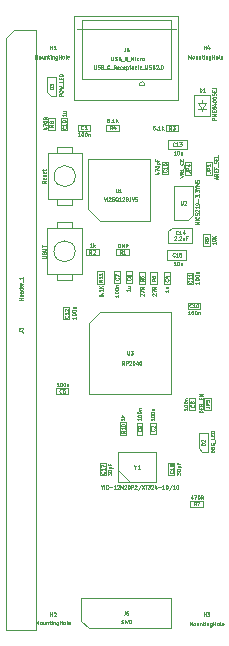
<source format=gbr>
G04 #@! TF.GenerationSoftware,KiCad,Pcbnew,(6.0.7)*
G04 #@! TF.CreationDate,2022-09-22T23:06:15+05:30*
G04 #@! TF.ProjectId,Mitayi-Pico-RP2040,4d697461-7969-42d5-9069-636f2d525032,0.4*
G04 #@! TF.SameCoordinates,PX825e060PY6d4a840*
G04 #@! TF.FileFunction,AssemblyDrawing,Top*
%FSLAX46Y46*%
G04 Gerber Fmt 4.6, Leading zero omitted, Abs format (unit mm)*
G04 Created by KiCad (PCBNEW (6.0.7)) date 2022-09-22 23:06:15*
%MOMM*%
%LPD*%
G01*
G04 APERTURE LIST*
%ADD10C,0.050000*%
%ADD11C,0.100000*%
G04 APERTURE END LIST*
D10*
X16965714Y18598572D02*
X16665714Y18598572D01*
X16665714Y18670000D01*
X16680000Y18712858D01*
X16708571Y18741429D01*
X16737142Y18755715D01*
X16794285Y18770000D01*
X16837142Y18770000D01*
X16894285Y18755715D01*
X16922857Y18741429D01*
X16951428Y18712858D01*
X16965714Y18670000D01*
X16965714Y18598572D01*
X16808571Y18898572D02*
X16808571Y18998572D01*
X16965714Y19041429D02*
X16965714Y18898572D01*
X16665714Y18898572D01*
X16665714Y19041429D01*
X16808571Y19270000D02*
X16822857Y19312858D01*
X16837142Y19327143D01*
X16865714Y19341429D01*
X16908571Y19341429D01*
X16937142Y19327143D01*
X16951428Y19312858D01*
X16965714Y19284286D01*
X16965714Y19170000D01*
X16665714Y19170000D01*
X16665714Y19270000D01*
X16680000Y19298572D01*
X16694285Y19312858D01*
X16722857Y19327143D01*
X16751428Y19327143D01*
X16780000Y19312858D01*
X16794285Y19298572D01*
X16808571Y19270000D01*
X16808571Y19170000D01*
X16994285Y19398572D02*
X16994285Y19627143D01*
X16808571Y19698572D02*
X16808571Y19798572D01*
X16965714Y19841429D02*
X16965714Y19698572D01*
X16665714Y19698572D01*
X16665714Y19841429D01*
X16965714Y19970000D02*
X16665714Y19970000D01*
X16965714Y20141429D01*
X16665714Y20141429D01*
X17235714Y19040000D02*
X17450000Y19040000D01*
X17492857Y19025715D01*
X17521428Y18997143D01*
X17535714Y18954286D01*
X17535714Y18925715D01*
X17535714Y19182858D02*
X17235714Y19182858D01*
X17235714Y19297143D01*
X17250000Y19325715D01*
X17264285Y19340000D01*
X17292857Y19354286D01*
X17335714Y19354286D01*
X17364285Y19340000D01*
X17378571Y19325715D01*
X17392857Y19297143D01*
X17392857Y19182858D01*
X17235714Y19625715D02*
X17235714Y19482858D01*
X17378571Y19468572D01*
X17364285Y19482858D01*
X17350000Y19511429D01*
X17350000Y19582858D01*
X17364285Y19611429D01*
X17378571Y19625715D01*
X17407142Y19640000D01*
X17478571Y19640000D01*
X17507142Y19625715D01*
X17521428Y19611429D01*
X17535714Y19582858D01*
X17535714Y19511429D01*
X17521428Y19482858D01*
X17507142Y19468572D01*
X17965714Y15210000D02*
X17665714Y15210000D01*
X17665714Y15281429D01*
X17680000Y15324286D01*
X17708571Y15352858D01*
X17737142Y15367143D01*
X17794285Y15381429D01*
X17837142Y15381429D01*
X17894285Y15367143D01*
X17922857Y15352858D01*
X17951428Y15324286D01*
X17965714Y15281429D01*
X17965714Y15210000D01*
X17808571Y15610000D02*
X17822857Y15652858D01*
X17837142Y15667143D01*
X17865714Y15681429D01*
X17908571Y15681429D01*
X17937142Y15667143D01*
X17951428Y15652858D01*
X17965714Y15624286D01*
X17965714Y15510000D01*
X17665714Y15510000D01*
X17665714Y15610000D01*
X17680000Y15638572D01*
X17694285Y15652858D01*
X17722857Y15667143D01*
X17751428Y15667143D01*
X17780000Y15652858D01*
X17794285Y15638572D01*
X17808571Y15610000D01*
X17808571Y15510000D01*
X17680000Y15967143D02*
X17665714Y15938572D01*
X17665714Y15895715D01*
X17680000Y15852858D01*
X17708571Y15824286D01*
X17737142Y15810000D01*
X17794285Y15795715D01*
X17837142Y15795715D01*
X17894285Y15810000D01*
X17922857Y15824286D01*
X17951428Y15852858D01*
X17965714Y15895715D01*
X17965714Y15924286D01*
X17951428Y15967143D01*
X17937142Y15981429D01*
X17837142Y15981429D01*
X17837142Y15924286D01*
X17994285Y16038572D02*
X17994285Y16267143D01*
X17965714Y16481429D02*
X17965714Y16338572D01*
X17665714Y16338572D01*
X17808571Y16581429D02*
X17808571Y16681429D01*
X17965714Y16724286D02*
X17965714Y16581429D01*
X17665714Y16581429D01*
X17665714Y16724286D01*
X17965714Y16852858D02*
X17665714Y16852858D01*
X17665714Y16924286D01*
X17680000Y16967143D01*
X17708571Y16995715D01*
X17737142Y17010000D01*
X17794285Y17024286D01*
X17837142Y17024286D01*
X17894285Y17010000D01*
X17922857Y16995715D01*
X17951428Y16967143D01*
X17965714Y16924286D01*
X17965714Y16852858D01*
X17165714Y15828572D02*
X16865714Y15828572D01*
X16865714Y15900000D01*
X16880000Y15942858D01*
X16908571Y15971429D01*
X16937142Y15985715D01*
X16994285Y16000000D01*
X17037142Y16000000D01*
X17094285Y15985715D01*
X17122857Y15971429D01*
X17151428Y15942858D01*
X17165714Y15900000D01*
X17165714Y15828572D01*
X16894285Y16114286D02*
X16880000Y16128572D01*
X16865714Y16157143D01*
X16865714Y16228572D01*
X16880000Y16257143D01*
X16894285Y16271429D01*
X16922857Y16285715D01*
X16951428Y16285715D01*
X16994285Y16271429D01*
X17165714Y16100000D01*
X17165714Y16285715D01*
X8945714Y13252858D02*
X8945714Y13438572D01*
X9060000Y13338572D01*
X9060000Y13381429D01*
X9074285Y13410000D01*
X9088571Y13424286D01*
X9117142Y13438572D01*
X9188571Y13438572D01*
X9217142Y13424286D01*
X9231428Y13410000D01*
X9245714Y13381429D01*
X9245714Y13295715D01*
X9231428Y13267143D01*
X9217142Y13252858D01*
X8945714Y13624286D02*
X8945714Y13652858D01*
X8960000Y13681429D01*
X8974285Y13695715D01*
X9002857Y13710000D01*
X9060000Y13724286D01*
X9131428Y13724286D01*
X9188571Y13710000D01*
X9217142Y13695715D01*
X9231428Y13681429D01*
X9245714Y13652858D01*
X9245714Y13624286D01*
X9231428Y13595715D01*
X9217142Y13581429D01*
X9188571Y13567143D01*
X9131428Y13552858D01*
X9060000Y13552858D01*
X9002857Y13567143D01*
X8974285Y13581429D01*
X8960000Y13595715D01*
X8945714Y13624286D01*
X9045714Y13852858D02*
X9345714Y13852858D01*
X9060000Y13852858D02*
X9045714Y13881429D01*
X9045714Y13938572D01*
X9060000Y13967143D01*
X9074285Y13981429D01*
X9102857Y13995715D01*
X9188571Y13995715D01*
X9217142Y13981429D01*
X9231428Y13967143D01*
X9245714Y13938572D01*
X9245714Y13881429D01*
X9231428Y13852858D01*
X9088571Y14224286D02*
X9088571Y14124286D01*
X9245714Y14124286D02*
X8945714Y14124286D01*
X8945714Y14267143D01*
X8637142Y13587143D02*
X8651428Y13572858D01*
X8665714Y13530000D01*
X8665714Y13501429D01*
X8651428Y13458572D01*
X8622857Y13430000D01*
X8594285Y13415715D01*
X8537142Y13401429D01*
X8494285Y13401429D01*
X8437142Y13415715D01*
X8408571Y13430000D01*
X8380000Y13458572D01*
X8365714Y13501429D01*
X8365714Y13530000D01*
X8380000Y13572858D01*
X8394285Y13587143D01*
X8665714Y13872858D02*
X8665714Y13701429D01*
X8665714Y13787143D02*
X8365714Y13787143D01*
X8408571Y13758572D01*
X8437142Y13730000D01*
X8451428Y13701429D01*
X8365714Y13972858D02*
X8365714Y14172858D01*
X8665714Y14044286D01*
X6225714Y26704286D02*
X6225714Y26532858D01*
X6225714Y26618572D02*
X5925714Y26618572D01*
X5968571Y26590000D01*
X5997142Y26561429D01*
X6011428Y26532858D01*
X5925714Y26890000D02*
X5925714Y26918572D01*
X5940000Y26947143D01*
X5954285Y26961429D01*
X5982857Y26975715D01*
X6040000Y26990000D01*
X6111428Y26990000D01*
X6168571Y26975715D01*
X6197142Y26961429D01*
X6211428Y26947143D01*
X6225714Y26918572D01*
X6225714Y26890000D01*
X6211428Y26861429D01*
X6197142Y26847143D01*
X6168571Y26832858D01*
X6111428Y26818572D01*
X6040000Y26818572D01*
X5982857Y26832858D01*
X5954285Y26847143D01*
X5940000Y26861429D01*
X5925714Y26890000D01*
X5925714Y27175715D02*
X5925714Y27204286D01*
X5940000Y27232858D01*
X5954285Y27247143D01*
X5982857Y27261429D01*
X6040000Y27275715D01*
X6111428Y27275715D01*
X6168571Y27261429D01*
X6197142Y27247143D01*
X6211428Y27232858D01*
X6225714Y27204286D01*
X6225714Y27175715D01*
X6211428Y27147143D01*
X6197142Y27132858D01*
X6168571Y27118572D01*
X6111428Y27104286D01*
X6040000Y27104286D01*
X5982857Y27118572D01*
X5954285Y27132858D01*
X5940000Y27147143D01*
X5925714Y27175715D01*
X6025714Y27404286D02*
X6225714Y27404286D01*
X6054285Y27404286D02*
X6040000Y27418572D01*
X6025714Y27447143D01*
X6025714Y27490000D01*
X6040000Y27518572D01*
X6068571Y27532858D01*
X6225714Y27532858D01*
X5557142Y26787143D02*
X5571428Y26772858D01*
X5585714Y26730000D01*
X5585714Y26701429D01*
X5571428Y26658572D01*
X5542857Y26630000D01*
X5514285Y26615715D01*
X5457142Y26601429D01*
X5414285Y26601429D01*
X5357142Y26615715D01*
X5328571Y26630000D01*
X5300000Y26658572D01*
X5285714Y26701429D01*
X5285714Y26730000D01*
X5300000Y26772858D01*
X5314285Y26787143D01*
X5585714Y27072858D02*
X5585714Y26901429D01*
X5585714Y26987143D02*
X5285714Y26987143D01*
X5328571Y26958572D01*
X5357142Y26930000D01*
X5371428Y26901429D01*
X5314285Y27187143D02*
X5300000Y27201429D01*
X5285714Y27230000D01*
X5285714Y27301429D01*
X5300000Y27330000D01*
X5314285Y27344286D01*
X5342857Y27358572D01*
X5371428Y27358572D01*
X5414285Y27344286D01*
X5585714Y27172858D01*
X5585714Y27358572D01*
X14687142Y40424286D02*
X14515714Y40424286D01*
X14601428Y40424286D02*
X14601428Y40724286D01*
X14572857Y40681429D01*
X14544285Y40652858D01*
X14515714Y40638572D01*
X14872857Y40724286D02*
X14901428Y40724286D01*
X14930000Y40710000D01*
X14944285Y40695715D01*
X14958571Y40667143D01*
X14972857Y40610000D01*
X14972857Y40538572D01*
X14958571Y40481429D01*
X14944285Y40452858D01*
X14930000Y40438572D01*
X14901428Y40424286D01*
X14872857Y40424286D01*
X14844285Y40438572D01*
X14830000Y40452858D01*
X14815714Y40481429D01*
X14801428Y40538572D01*
X14801428Y40610000D01*
X14815714Y40667143D01*
X14830000Y40695715D01*
X14844285Y40710000D01*
X14872857Y40724286D01*
X15230000Y40624286D02*
X15230000Y40424286D01*
X15101428Y40624286D02*
X15101428Y40467143D01*
X15115714Y40438572D01*
X15144285Y40424286D01*
X15187142Y40424286D01*
X15215714Y40438572D01*
X15230000Y40452858D01*
X14617142Y41182858D02*
X14602857Y41168572D01*
X14560000Y41154286D01*
X14531428Y41154286D01*
X14488571Y41168572D01*
X14460000Y41197143D01*
X14445714Y41225715D01*
X14431428Y41282858D01*
X14431428Y41325715D01*
X14445714Y41382858D01*
X14460000Y41411429D01*
X14488571Y41440000D01*
X14531428Y41454286D01*
X14560000Y41454286D01*
X14602857Y41440000D01*
X14617142Y41425715D01*
X14902857Y41154286D02*
X14731428Y41154286D01*
X14817142Y41154286D02*
X14817142Y41454286D01*
X14788571Y41411429D01*
X14760000Y41382858D01*
X14731428Y41368572D01*
X15002857Y41454286D02*
X15188571Y41454286D01*
X15088571Y41340000D01*
X15131428Y41340000D01*
X15160000Y41325715D01*
X15174285Y41311429D01*
X15188571Y41282858D01*
X15188571Y41211429D01*
X15174285Y41182858D01*
X15160000Y41168572D01*
X15131428Y41154286D01*
X15045714Y41154286D01*
X15017142Y41168572D01*
X15002857Y41182858D01*
X4784285Y20804286D02*
X4612857Y20804286D01*
X4698571Y20804286D02*
X4698571Y21104286D01*
X4670000Y21061429D01*
X4641428Y21032858D01*
X4612857Y21018572D01*
X4970000Y21104286D02*
X4998571Y21104286D01*
X5027142Y21090000D01*
X5041428Y21075715D01*
X5055714Y21047143D01*
X5070000Y20990000D01*
X5070000Y20918572D01*
X5055714Y20861429D01*
X5041428Y20832858D01*
X5027142Y20818572D01*
X4998571Y20804286D01*
X4970000Y20804286D01*
X4941428Y20818572D01*
X4927142Y20832858D01*
X4912857Y20861429D01*
X4898571Y20918572D01*
X4898571Y20990000D01*
X4912857Y21047143D01*
X4927142Y21075715D01*
X4941428Y21090000D01*
X4970000Y21104286D01*
X5255714Y21104286D02*
X5284285Y21104286D01*
X5312857Y21090000D01*
X5327142Y21075715D01*
X5341428Y21047143D01*
X5355714Y20990000D01*
X5355714Y20918572D01*
X5341428Y20861429D01*
X5327142Y20832858D01*
X5312857Y20818572D01*
X5284285Y20804286D01*
X5255714Y20804286D01*
X5227142Y20818572D01*
X5212857Y20832858D01*
X5198571Y20861429D01*
X5184285Y20918572D01*
X5184285Y20990000D01*
X5198571Y21047143D01*
X5212857Y21075715D01*
X5227142Y21090000D01*
X5255714Y21104286D01*
X5484285Y21004286D02*
X5484285Y20804286D01*
X5484285Y20975715D02*
X5498571Y20990000D01*
X5527142Y21004286D01*
X5570000Y21004286D01*
X5598571Y20990000D01*
X5612857Y20961429D01*
X5612857Y20804286D01*
X5030000Y20292858D02*
X5015714Y20278572D01*
X4972857Y20264286D01*
X4944285Y20264286D01*
X4901428Y20278572D01*
X4872857Y20307143D01*
X4858571Y20335715D01*
X4844285Y20392858D01*
X4844285Y20435715D01*
X4858571Y20492858D01*
X4872857Y20521429D01*
X4901428Y20550000D01*
X4944285Y20564286D01*
X4972857Y20564286D01*
X5015714Y20550000D01*
X5030000Y20535715D01*
X5287142Y20564286D02*
X5230000Y20564286D01*
X5201428Y20550000D01*
X5187142Y20535715D01*
X5158571Y20492858D01*
X5144285Y20435715D01*
X5144285Y20321429D01*
X5158571Y20292858D01*
X5172857Y20278572D01*
X5201428Y20264286D01*
X5258571Y20264286D01*
X5287142Y20278572D01*
X5301428Y20292858D01*
X5315714Y20321429D01*
X5315714Y20392858D01*
X5301428Y20421429D01*
X5287142Y20435715D01*
X5258571Y20450000D01*
X5201428Y20450000D01*
X5172857Y20435715D01*
X5158571Y20421429D01*
X5144285Y20392858D01*
X16650714Y29664286D02*
X16650714Y29492858D01*
X16650714Y29578572D02*
X16350714Y29578572D01*
X16393571Y29550000D01*
X16422142Y29521429D01*
X16436428Y29492858D01*
X16350714Y29850000D02*
X16350714Y29878572D01*
X16365000Y29907143D01*
X16379285Y29921429D01*
X16407857Y29935715D01*
X16465000Y29950000D01*
X16536428Y29950000D01*
X16593571Y29935715D01*
X16622142Y29921429D01*
X16636428Y29907143D01*
X16650714Y29878572D01*
X16650714Y29850000D01*
X16636428Y29821429D01*
X16622142Y29807143D01*
X16593571Y29792858D01*
X16536428Y29778572D01*
X16465000Y29778572D01*
X16407857Y29792858D01*
X16379285Y29807143D01*
X16365000Y29821429D01*
X16350714Y29850000D01*
X16350714Y30135715D02*
X16350714Y30164286D01*
X16365000Y30192858D01*
X16379285Y30207143D01*
X16407857Y30221429D01*
X16465000Y30235715D01*
X16536428Y30235715D01*
X16593571Y30221429D01*
X16622142Y30207143D01*
X16636428Y30192858D01*
X16650714Y30164286D01*
X16650714Y30135715D01*
X16636428Y30107143D01*
X16622142Y30092858D01*
X16593571Y30078572D01*
X16536428Y30064286D01*
X16465000Y30064286D01*
X16407857Y30078572D01*
X16379285Y30092858D01*
X16365000Y30107143D01*
X16350714Y30135715D01*
X16450714Y30364286D02*
X16650714Y30364286D01*
X16479285Y30364286D02*
X16465000Y30378572D01*
X16450714Y30407143D01*
X16450714Y30450000D01*
X16465000Y30478572D01*
X16493571Y30492858D01*
X16650714Y30492858D01*
X16027142Y29747143D02*
X16041428Y29732858D01*
X16055714Y29690000D01*
X16055714Y29661429D01*
X16041428Y29618572D01*
X16012857Y29590000D01*
X15984285Y29575715D01*
X15927142Y29561429D01*
X15884285Y29561429D01*
X15827142Y29575715D01*
X15798571Y29590000D01*
X15770000Y29618572D01*
X15755714Y29661429D01*
X15755714Y29690000D01*
X15770000Y29732858D01*
X15784285Y29747143D01*
X16055714Y30032858D02*
X16055714Y29861429D01*
X16055714Y29947143D02*
X15755714Y29947143D01*
X15798571Y29918572D01*
X15827142Y29890000D01*
X15841428Y29861429D01*
X16055714Y30318572D02*
X16055714Y30147143D01*
X16055714Y30232858D02*
X15755714Y30232858D01*
X15798571Y30204286D01*
X15827142Y30175715D01*
X15841428Y30147143D01*
X5385714Y43830000D02*
X5385714Y43658572D01*
X5385714Y43744286D02*
X5085714Y43744286D01*
X5128571Y43715715D01*
X5157142Y43687143D01*
X5171428Y43658572D01*
X5185714Y44087143D02*
X5385714Y44087143D01*
X5185714Y43958572D02*
X5342857Y43958572D01*
X5371428Y43972858D01*
X5385714Y44001429D01*
X5385714Y44044286D01*
X5371428Y44072858D01*
X5357142Y44087143D01*
X5367142Y42767143D02*
X5381428Y42752858D01*
X5395714Y42710000D01*
X5395714Y42681429D01*
X5381428Y42638572D01*
X5352857Y42610000D01*
X5324285Y42595715D01*
X5267142Y42581429D01*
X5224285Y42581429D01*
X5167142Y42595715D01*
X5138571Y42610000D01*
X5110000Y42638572D01*
X5095714Y42681429D01*
X5095714Y42710000D01*
X5110000Y42752858D01*
X5124285Y42767143D01*
X5395714Y43052858D02*
X5395714Y42881429D01*
X5395714Y42967143D02*
X5095714Y42967143D01*
X5138571Y42938572D01*
X5167142Y42910000D01*
X5181428Y42881429D01*
X5395714Y43195715D02*
X5395714Y43252858D01*
X5381428Y43281429D01*
X5367142Y43295715D01*
X5324285Y43324286D01*
X5267142Y43338572D01*
X5152857Y43338572D01*
X5124285Y43324286D01*
X5110000Y43310000D01*
X5095714Y43281429D01*
X5095714Y43224286D01*
X5110000Y43195715D01*
X5124285Y43181429D01*
X5152857Y43167143D01*
X5224285Y43167143D01*
X5252857Y43181429D01*
X5267142Y43195715D01*
X5281428Y43224286D01*
X5281428Y43281429D01*
X5267142Y43310000D01*
X5252857Y43324286D01*
X5224285Y43338572D01*
X7594285Y32604286D02*
X7422857Y32604286D01*
X7508571Y32604286D02*
X7508571Y32904286D01*
X7480000Y32861429D01*
X7451428Y32832858D01*
X7422857Y32818572D01*
X7722857Y32604286D02*
X7722857Y32904286D01*
X7751428Y32718572D02*
X7837142Y32604286D01*
X7837142Y32804286D02*
X7722857Y32690000D01*
X7560000Y32034286D02*
X7460000Y32177143D01*
X7388571Y32034286D02*
X7388571Y32334286D01*
X7502857Y32334286D01*
X7531428Y32320000D01*
X7545714Y32305715D01*
X7560000Y32277143D01*
X7560000Y32234286D01*
X7545714Y32205715D01*
X7531428Y32191429D01*
X7502857Y32177143D01*
X7388571Y32177143D01*
X7674285Y32305715D02*
X7688571Y32320000D01*
X7717142Y32334286D01*
X7788571Y32334286D01*
X7817142Y32320000D01*
X7831428Y32305715D01*
X7845714Y32277143D01*
X7845714Y32248572D01*
X7831428Y32205715D01*
X7660000Y32034286D01*
X7845714Y32034286D01*
X16111428Y11464286D02*
X16111428Y11264286D01*
X16040000Y11578572D02*
X15968571Y11364286D01*
X16154285Y11364286D01*
X16240000Y11564286D02*
X16440000Y11564286D01*
X16311428Y11264286D01*
X16611428Y11564286D02*
X16640000Y11564286D01*
X16668571Y11550000D01*
X16682857Y11535715D01*
X16697142Y11507143D01*
X16711428Y11450000D01*
X16711428Y11378572D01*
X16697142Y11321429D01*
X16682857Y11292858D01*
X16668571Y11278572D01*
X16640000Y11264286D01*
X16611428Y11264286D01*
X16582857Y11278572D01*
X16568571Y11292858D01*
X16554285Y11321429D01*
X16540000Y11378572D01*
X16540000Y11450000D01*
X16554285Y11507143D01*
X16568571Y11535715D01*
X16582857Y11550000D01*
X16611428Y11564286D01*
X17011428Y11264286D02*
X16911428Y11407143D01*
X16840000Y11264286D02*
X16840000Y11564286D01*
X16954285Y11564286D01*
X16982857Y11550000D01*
X16997142Y11535715D01*
X17011428Y11507143D01*
X17011428Y11464286D01*
X16997142Y11435715D01*
X16982857Y11421429D01*
X16954285Y11407143D01*
X16840000Y11407143D01*
X16400000Y10714286D02*
X16300000Y10857143D01*
X16228571Y10714286D02*
X16228571Y11014286D01*
X16342857Y11014286D01*
X16371428Y11000000D01*
X16385714Y10985715D01*
X16400000Y10957143D01*
X16400000Y10914286D01*
X16385714Y10885715D01*
X16371428Y10871429D01*
X16342857Y10857143D01*
X16228571Y10857143D01*
X16500000Y11014286D02*
X16700000Y11014286D01*
X16571428Y10714286D01*
X15864285Y554286D02*
X15864285Y854286D01*
X15964285Y640000D01*
X16064285Y854286D01*
X16064285Y554286D01*
X16250000Y554286D02*
X16221428Y568572D01*
X16207142Y582858D01*
X16192857Y611429D01*
X16192857Y697143D01*
X16207142Y725715D01*
X16221428Y740000D01*
X16250000Y754286D01*
X16292857Y754286D01*
X16321428Y740000D01*
X16335714Y725715D01*
X16350000Y697143D01*
X16350000Y611429D01*
X16335714Y582858D01*
X16321428Y568572D01*
X16292857Y554286D01*
X16250000Y554286D01*
X16607142Y754286D02*
X16607142Y554286D01*
X16478571Y754286D02*
X16478571Y597143D01*
X16492857Y568572D01*
X16521428Y554286D01*
X16564285Y554286D01*
X16592857Y568572D01*
X16607142Y582858D01*
X16750000Y754286D02*
X16750000Y554286D01*
X16750000Y725715D02*
X16764285Y740000D01*
X16792857Y754286D01*
X16835714Y754286D01*
X16864285Y740000D01*
X16878571Y711429D01*
X16878571Y554286D01*
X16978571Y754286D02*
X17092857Y754286D01*
X17021428Y854286D02*
X17021428Y597143D01*
X17035714Y568572D01*
X17064285Y554286D01*
X17092857Y554286D01*
X17192857Y554286D02*
X17192857Y754286D01*
X17192857Y854286D02*
X17178571Y840000D01*
X17192857Y825715D01*
X17207142Y840000D01*
X17192857Y854286D01*
X17192857Y825715D01*
X17335714Y754286D02*
X17335714Y554286D01*
X17335714Y725715D02*
X17350000Y740000D01*
X17378571Y754286D01*
X17421428Y754286D01*
X17450000Y740000D01*
X17464285Y711429D01*
X17464285Y554286D01*
X17735714Y754286D02*
X17735714Y511429D01*
X17721428Y482858D01*
X17707142Y468572D01*
X17678571Y454286D01*
X17635714Y454286D01*
X17607142Y468572D01*
X17735714Y568572D02*
X17707142Y554286D01*
X17650000Y554286D01*
X17621428Y568572D01*
X17607142Y582858D01*
X17592857Y611429D01*
X17592857Y697143D01*
X17607142Y725715D01*
X17621428Y740000D01*
X17650000Y754286D01*
X17707142Y754286D01*
X17735714Y740000D01*
X17878571Y554286D02*
X17878571Y854286D01*
X17878571Y711429D02*
X18050000Y711429D01*
X18050000Y554286D02*
X18050000Y854286D01*
X18235714Y554286D02*
X18207142Y568572D01*
X18192857Y582858D01*
X18178571Y611429D01*
X18178571Y697143D01*
X18192857Y725715D01*
X18207142Y740000D01*
X18235714Y754286D01*
X18278571Y754286D01*
X18307142Y740000D01*
X18321428Y725715D01*
X18335714Y697143D01*
X18335714Y611429D01*
X18321428Y582858D01*
X18307142Y568572D01*
X18278571Y554286D01*
X18235714Y554286D01*
X18507142Y554286D02*
X18478571Y568572D01*
X18464285Y597143D01*
X18464285Y854286D01*
X18735714Y568572D02*
X18707142Y554286D01*
X18650000Y554286D01*
X18621428Y568572D01*
X18607142Y597143D01*
X18607142Y711429D01*
X18621428Y740000D01*
X18650000Y754286D01*
X18707142Y754286D01*
X18735714Y740000D01*
X18750000Y711429D01*
X18750000Y682858D01*
X18607142Y654286D01*
X17071428Y1354286D02*
X17071428Y1654286D01*
X17071428Y1511429D02*
X17242857Y1511429D01*
X17242857Y1354286D02*
X17242857Y1654286D01*
X17357142Y1654286D02*
X17542857Y1654286D01*
X17442857Y1540000D01*
X17485714Y1540000D01*
X17514285Y1525715D01*
X17528571Y1511429D01*
X17542857Y1482858D01*
X17542857Y1411429D01*
X17528571Y1382858D01*
X17514285Y1368572D01*
X17485714Y1354286D01*
X17400000Y1354286D01*
X17371428Y1368572D01*
X17357142Y1382858D01*
X10355714Y18094286D02*
X10355714Y17922858D01*
X10355714Y18008572D02*
X10055714Y18008572D01*
X10098571Y17980000D01*
X10127142Y17951429D01*
X10141428Y17922858D01*
X10355714Y18222858D02*
X10055714Y18222858D01*
X10241428Y18251429D02*
X10355714Y18337143D01*
X10155714Y18337143D02*
X10270000Y18222858D01*
X10375714Y17037143D02*
X10232857Y16937143D01*
X10375714Y16865715D02*
X10075714Y16865715D01*
X10075714Y16980000D01*
X10090000Y17008572D01*
X10104285Y17022858D01*
X10132857Y17037143D01*
X10175714Y17037143D01*
X10204285Y17022858D01*
X10218571Y17008572D01*
X10232857Y16980000D01*
X10232857Y16865715D01*
X10375714Y17322858D02*
X10375714Y17151429D01*
X10375714Y17237143D02*
X10075714Y17237143D01*
X10118571Y17208572D01*
X10147142Y17180000D01*
X10161428Y17151429D01*
X10075714Y17508572D02*
X10075714Y17537143D01*
X10090000Y17565715D01*
X10104285Y17580000D01*
X10132857Y17594286D01*
X10190000Y17608572D01*
X10261428Y17608572D01*
X10318571Y17594286D01*
X10347142Y17580000D01*
X10361428Y17565715D01*
X10375714Y17537143D01*
X10375714Y17508572D01*
X10361428Y17480000D01*
X10347142Y17465715D01*
X10318571Y17451429D01*
X10261428Y17437143D01*
X10190000Y17437143D01*
X10132857Y17451429D01*
X10104285Y17465715D01*
X10090000Y17480000D01*
X10075714Y17508572D01*
X15904285Y26894286D02*
X15732857Y26894286D01*
X15818571Y26894286D02*
X15818571Y27194286D01*
X15790000Y27151429D01*
X15761428Y27122858D01*
X15732857Y27108572D01*
X16090000Y27194286D02*
X16118571Y27194286D01*
X16147142Y27180000D01*
X16161428Y27165715D01*
X16175714Y27137143D01*
X16190000Y27080000D01*
X16190000Y27008572D01*
X16175714Y26951429D01*
X16161428Y26922858D01*
X16147142Y26908572D01*
X16118571Y26894286D01*
X16090000Y26894286D01*
X16061428Y26908572D01*
X16047142Y26922858D01*
X16032857Y26951429D01*
X16018571Y27008572D01*
X16018571Y27080000D01*
X16032857Y27137143D01*
X16047142Y27165715D01*
X16061428Y27180000D01*
X16090000Y27194286D01*
X16375714Y27194286D02*
X16404285Y27194286D01*
X16432857Y27180000D01*
X16447142Y27165715D01*
X16461428Y27137143D01*
X16475714Y27080000D01*
X16475714Y27008572D01*
X16461428Y26951429D01*
X16447142Y26922858D01*
X16432857Y26908572D01*
X16404285Y26894286D01*
X16375714Y26894286D01*
X16347142Y26908572D01*
X16332857Y26922858D01*
X16318571Y26951429D01*
X16304285Y27008572D01*
X16304285Y27080000D01*
X16318571Y27137143D01*
X16332857Y27165715D01*
X16347142Y27180000D01*
X16375714Y27194286D01*
X16604285Y27094286D02*
X16604285Y26894286D01*
X16604285Y27065715D02*
X16618571Y27080000D01*
X16647142Y27094286D01*
X16690000Y27094286D01*
X16718571Y27080000D01*
X16732857Y27051429D01*
X16732857Y26894286D01*
X16037142Y27512858D02*
X16022857Y27498572D01*
X15980000Y27484286D01*
X15951428Y27484286D01*
X15908571Y27498572D01*
X15880000Y27527143D01*
X15865714Y27555715D01*
X15851428Y27612858D01*
X15851428Y27655715D01*
X15865714Y27712858D01*
X15880000Y27741429D01*
X15908571Y27770000D01*
X15951428Y27784286D01*
X15980000Y27784286D01*
X16022857Y27770000D01*
X16037142Y27755715D01*
X16322857Y27484286D02*
X16151428Y27484286D01*
X16237142Y27484286D02*
X16237142Y27784286D01*
X16208571Y27741429D01*
X16180000Y27712858D01*
X16151428Y27698572D01*
X16508571Y27784286D02*
X16537142Y27784286D01*
X16565714Y27770000D01*
X16580000Y27755715D01*
X16594285Y27727143D01*
X16608571Y27670000D01*
X16608571Y27598572D01*
X16594285Y27541429D01*
X16580000Y27512858D01*
X16565714Y27498572D01*
X16537142Y27484286D01*
X16508571Y27484286D01*
X16480000Y27498572D01*
X16465714Y27512858D01*
X16451428Y27541429D01*
X16437142Y27598572D01*
X16437142Y27670000D01*
X16451428Y27727143D01*
X16465714Y27755715D01*
X16480000Y27770000D01*
X16508571Y27784286D01*
X10341428Y22624286D02*
X10241428Y22767143D01*
X10170000Y22624286D02*
X10170000Y22924286D01*
X10284285Y22924286D01*
X10312857Y22910000D01*
X10327142Y22895715D01*
X10341428Y22867143D01*
X10341428Y22824286D01*
X10327142Y22795715D01*
X10312857Y22781429D01*
X10284285Y22767143D01*
X10170000Y22767143D01*
X10470000Y22624286D02*
X10470000Y22924286D01*
X10584285Y22924286D01*
X10612857Y22910000D01*
X10627142Y22895715D01*
X10641428Y22867143D01*
X10641428Y22824286D01*
X10627142Y22795715D01*
X10612857Y22781429D01*
X10584285Y22767143D01*
X10470000Y22767143D01*
X10755714Y22895715D02*
X10770000Y22910000D01*
X10798571Y22924286D01*
X10870000Y22924286D01*
X10898571Y22910000D01*
X10912857Y22895715D01*
X10927142Y22867143D01*
X10927142Y22838572D01*
X10912857Y22795715D01*
X10741428Y22624286D01*
X10927142Y22624286D01*
X11112857Y22924286D02*
X11141428Y22924286D01*
X11170000Y22910000D01*
X11184285Y22895715D01*
X11198571Y22867143D01*
X11212857Y22810000D01*
X11212857Y22738572D01*
X11198571Y22681429D01*
X11184285Y22652858D01*
X11170000Y22638572D01*
X11141428Y22624286D01*
X11112857Y22624286D01*
X11084285Y22638572D01*
X11070000Y22652858D01*
X11055714Y22681429D01*
X11041428Y22738572D01*
X11041428Y22810000D01*
X11055714Y22867143D01*
X11070000Y22895715D01*
X11084285Y22910000D01*
X11112857Y22924286D01*
X11470000Y22824286D02*
X11470000Y22624286D01*
X11398571Y22938572D02*
X11327142Y22724286D01*
X11512857Y22724286D01*
X11684285Y22924286D02*
X11712857Y22924286D01*
X11741428Y22910000D01*
X11755714Y22895715D01*
X11770000Y22867143D01*
X11784285Y22810000D01*
X11784285Y22738572D01*
X11770000Y22681429D01*
X11755714Y22652858D01*
X11741428Y22638572D01*
X11712857Y22624286D01*
X11684285Y22624286D01*
X11655714Y22638572D01*
X11641428Y22652858D01*
X11627142Y22681429D01*
X11612857Y22738572D01*
X11612857Y22810000D01*
X11627142Y22867143D01*
X11641428Y22895715D01*
X11655714Y22910000D01*
X11684285Y22924286D01*
X10591428Y23794286D02*
X10591428Y23551429D01*
X10605714Y23522858D01*
X10620000Y23508572D01*
X10648571Y23494286D01*
X10705714Y23494286D01*
X10734285Y23508572D01*
X10748571Y23522858D01*
X10762857Y23551429D01*
X10762857Y23794286D01*
X10877142Y23794286D02*
X11062857Y23794286D01*
X10962857Y23680000D01*
X11005714Y23680000D01*
X11034285Y23665715D01*
X11048571Y23651429D01*
X11062857Y23622858D01*
X11062857Y23551429D01*
X11048571Y23522858D01*
X11034285Y23508572D01*
X11005714Y23494286D01*
X10920000Y23494286D01*
X10891428Y23508572D01*
X10877142Y23522858D01*
X11699285Y28471429D02*
X11685000Y28485715D01*
X11670714Y28514286D01*
X11670714Y28585715D01*
X11685000Y28614286D01*
X11699285Y28628572D01*
X11727857Y28642858D01*
X11756428Y28642858D01*
X11799285Y28628572D01*
X11970714Y28457143D01*
X11970714Y28642858D01*
X11670714Y28742858D02*
X11670714Y28942858D01*
X11970714Y28814286D01*
X11970714Y29228572D02*
X11827857Y29128572D01*
X11970714Y29057143D02*
X11670714Y29057143D01*
X11670714Y29171429D01*
X11685000Y29200000D01*
X11699285Y29214286D01*
X11727857Y29228572D01*
X11770714Y29228572D01*
X11799285Y29214286D01*
X11813571Y29200000D01*
X11827857Y29171429D01*
X11827857Y29057143D01*
X11980714Y29870000D02*
X11837857Y29770000D01*
X11980714Y29698572D02*
X11680714Y29698572D01*
X11680714Y29812858D01*
X11695000Y29841429D01*
X11709285Y29855715D01*
X11737857Y29870000D01*
X11780714Y29870000D01*
X11809285Y29855715D01*
X11823571Y29841429D01*
X11837857Y29812858D01*
X11837857Y29698572D01*
X11680714Y30141429D02*
X11680714Y29998572D01*
X11823571Y29984286D01*
X11809285Y29998572D01*
X11795000Y30027143D01*
X11795000Y30098572D01*
X11809285Y30127143D01*
X11823571Y30141429D01*
X11852142Y30155715D01*
X11923571Y30155715D01*
X11952142Y30141429D01*
X11966428Y30127143D01*
X11980714Y30098572D01*
X11980714Y30027143D01*
X11966428Y29998572D01*
X11952142Y29984286D01*
X12875714Y18084286D02*
X12875714Y17912858D01*
X12875714Y17998572D02*
X12575714Y17998572D01*
X12618571Y17970000D01*
X12647142Y17941429D01*
X12661428Y17912858D01*
X12575714Y18270000D02*
X12575714Y18298572D01*
X12590000Y18327143D01*
X12604285Y18341429D01*
X12632857Y18355715D01*
X12690000Y18370000D01*
X12761428Y18370000D01*
X12818571Y18355715D01*
X12847142Y18341429D01*
X12861428Y18327143D01*
X12875714Y18298572D01*
X12875714Y18270000D01*
X12861428Y18241429D01*
X12847142Y18227143D01*
X12818571Y18212858D01*
X12761428Y18198572D01*
X12690000Y18198572D01*
X12632857Y18212858D01*
X12604285Y18227143D01*
X12590000Y18241429D01*
X12575714Y18270000D01*
X12575714Y18555715D02*
X12575714Y18584286D01*
X12590000Y18612858D01*
X12604285Y18627143D01*
X12632857Y18641429D01*
X12690000Y18655715D01*
X12761428Y18655715D01*
X12818571Y18641429D01*
X12847142Y18627143D01*
X12861428Y18612858D01*
X12875714Y18584286D01*
X12875714Y18555715D01*
X12861428Y18527143D01*
X12847142Y18512858D01*
X12818571Y18498572D01*
X12761428Y18484286D01*
X12690000Y18484286D01*
X12632857Y18498572D01*
X12604285Y18512858D01*
X12590000Y18527143D01*
X12575714Y18555715D01*
X12675714Y18784286D02*
X12875714Y18784286D01*
X12704285Y18784286D02*
X12690000Y18798572D01*
X12675714Y18827143D01*
X12675714Y18870000D01*
X12690000Y18898572D01*
X12718571Y18912858D01*
X12875714Y18912858D01*
X12877142Y17170000D02*
X12891428Y17155715D01*
X12905714Y17112858D01*
X12905714Y17084286D01*
X12891428Y17041429D01*
X12862857Y17012858D01*
X12834285Y16998572D01*
X12777142Y16984286D01*
X12734285Y16984286D01*
X12677142Y16998572D01*
X12648571Y17012858D01*
X12620000Y17041429D01*
X12605714Y17084286D01*
X12605714Y17112858D01*
X12620000Y17155715D01*
X12634285Y17170000D01*
X12634285Y17284286D02*
X12620000Y17298572D01*
X12605714Y17327143D01*
X12605714Y17398572D01*
X12620000Y17427143D01*
X12634285Y17441429D01*
X12662857Y17455715D01*
X12691428Y17455715D01*
X12734285Y17441429D01*
X12905714Y17270000D01*
X12905714Y17455715D01*
X8654285Y36814286D02*
X8725714Y36514286D01*
X8782857Y36728572D01*
X8840000Y36514286D01*
X8911428Y36814286D01*
X9011428Y36785715D02*
X9025714Y36800000D01*
X9054285Y36814286D01*
X9125714Y36814286D01*
X9154285Y36800000D01*
X9168571Y36785715D01*
X9182857Y36757143D01*
X9182857Y36728572D01*
X9168571Y36685715D01*
X8997142Y36514286D01*
X9182857Y36514286D01*
X9454285Y36814286D02*
X9311428Y36814286D01*
X9297142Y36671429D01*
X9311428Y36685715D01*
X9340000Y36700000D01*
X9411428Y36700000D01*
X9440000Y36685715D01*
X9454285Y36671429D01*
X9468571Y36642858D01*
X9468571Y36571429D01*
X9454285Y36542858D01*
X9440000Y36528572D01*
X9411428Y36514286D01*
X9340000Y36514286D01*
X9311428Y36528572D01*
X9297142Y36542858D01*
X9797142Y36485715D02*
X9768571Y36500000D01*
X9740000Y36528572D01*
X9697142Y36571429D01*
X9668571Y36585715D01*
X9640000Y36585715D01*
X9654285Y36514286D02*
X9625714Y36528572D01*
X9597142Y36557143D01*
X9582857Y36614286D01*
X9582857Y36714286D01*
X9597142Y36771429D01*
X9625714Y36800000D01*
X9654285Y36814286D01*
X9711428Y36814286D01*
X9740000Y36800000D01*
X9768571Y36771429D01*
X9782857Y36714286D01*
X9782857Y36614286D01*
X9768571Y36557143D01*
X9740000Y36528572D01*
X9711428Y36514286D01*
X9654285Y36514286D01*
X10068571Y36514286D02*
X9897142Y36514286D01*
X9982857Y36514286D02*
X9982857Y36814286D01*
X9954285Y36771429D01*
X9925714Y36742858D01*
X9897142Y36728572D01*
X10182857Y36785715D02*
X10197142Y36800000D01*
X10225714Y36814286D01*
X10297142Y36814286D01*
X10325714Y36800000D01*
X10340000Y36785715D01*
X10354285Y36757143D01*
X10354285Y36728572D01*
X10340000Y36685715D01*
X10168571Y36514286D01*
X10354285Y36514286D01*
X10525714Y36685715D02*
X10497142Y36700000D01*
X10482857Y36714286D01*
X10468571Y36742858D01*
X10468571Y36757143D01*
X10482857Y36785715D01*
X10497142Y36800000D01*
X10525714Y36814286D01*
X10582857Y36814286D01*
X10611428Y36800000D01*
X10625714Y36785715D01*
X10640000Y36757143D01*
X10640000Y36742858D01*
X10625714Y36714286D01*
X10611428Y36700000D01*
X10582857Y36685715D01*
X10525714Y36685715D01*
X10497142Y36671429D01*
X10482857Y36657143D01*
X10468571Y36628572D01*
X10468571Y36571429D01*
X10482857Y36542858D01*
X10497142Y36528572D01*
X10525714Y36514286D01*
X10582857Y36514286D01*
X10611428Y36528572D01*
X10625714Y36542858D01*
X10640000Y36571429D01*
X10640000Y36628572D01*
X10625714Y36657143D01*
X10611428Y36671429D01*
X10582857Y36685715D01*
X10854285Y36814286D02*
X10854285Y36600000D01*
X10840000Y36557143D01*
X10811428Y36528572D01*
X10768571Y36514286D01*
X10740000Y36514286D01*
X10954285Y36814286D02*
X11054285Y36514286D01*
X11154285Y36814286D01*
X11240000Y36528572D02*
X11282857Y36514286D01*
X11354285Y36514286D01*
X11382857Y36528572D01*
X11397142Y36542858D01*
X11411428Y36571429D01*
X11411428Y36600000D01*
X11397142Y36628572D01*
X11382857Y36642858D01*
X11354285Y36657143D01*
X11297142Y36671429D01*
X11268571Y36685715D01*
X11254285Y36700000D01*
X11240000Y36728572D01*
X11240000Y36757143D01*
X11254285Y36785715D01*
X11268571Y36800000D01*
X11297142Y36814286D01*
X11368571Y36814286D01*
X11411428Y36800000D01*
X9611428Y37534286D02*
X9611428Y37291429D01*
X9625714Y37262858D01*
X9640000Y37248572D01*
X9668571Y37234286D01*
X9725714Y37234286D01*
X9754285Y37248572D01*
X9768571Y37262858D01*
X9782857Y37291429D01*
X9782857Y37534286D01*
X10082857Y37234286D02*
X9911428Y37234286D01*
X9997142Y37234286D02*
X9997142Y37534286D01*
X9968571Y37491429D01*
X9940000Y37462858D01*
X9911428Y37448572D01*
X10815714Y29025000D02*
X10815714Y28853572D01*
X10815714Y28939286D02*
X10515714Y28939286D01*
X10558571Y28910715D01*
X10587142Y28882143D01*
X10601428Y28853572D01*
X10615714Y29282143D02*
X10815714Y29282143D01*
X10615714Y29153572D02*
X10772857Y29153572D01*
X10801428Y29167858D01*
X10815714Y29196429D01*
X10815714Y29239286D01*
X10801428Y29267858D01*
X10787142Y29282143D01*
X10847142Y29975000D02*
X10861428Y29960715D01*
X10875714Y29917858D01*
X10875714Y29889286D01*
X10861428Y29846429D01*
X10832857Y29817858D01*
X10804285Y29803572D01*
X10747142Y29789286D01*
X10704285Y29789286D01*
X10647142Y29803572D01*
X10618571Y29817858D01*
X10590000Y29846429D01*
X10575714Y29889286D01*
X10575714Y29917858D01*
X10590000Y29960715D01*
X10604285Y29975000D01*
X10575714Y30246429D02*
X10575714Y30103572D01*
X10718571Y30089286D01*
X10704285Y30103572D01*
X10690000Y30132143D01*
X10690000Y30203572D01*
X10704285Y30232143D01*
X10718571Y30246429D01*
X10747142Y30260715D01*
X10818571Y30260715D01*
X10847142Y30246429D01*
X10861428Y30232143D01*
X10875714Y30203572D01*
X10875714Y30132143D01*
X10861428Y30103572D01*
X10847142Y30089286D01*
X9834285Y32564286D02*
X9834285Y32864286D01*
X9905714Y32864286D01*
X9948571Y32850000D01*
X9977142Y32821429D01*
X9991428Y32792858D01*
X10005714Y32735715D01*
X10005714Y32692858D01*
X9991428Y32635715D01*
X9977142Y32607143D01*
X9948571Y32578572D01*
X9905714Y32564286D01*
X9834285Y32564286D01*
X10134285Y32564286D02*
X10134285Y32864286D01*
X10305714Y32564286D01*
X10305714Y32864286D01*
X10448571Y32564286D02*
X10448571Y32864286D01*
X10562857Y32864286D01*
X10591428Y32850000D01*
X10605714Y32835715D01*
X10620000Y32807143D01*
X10620000Y32764286D01*
X10605714Y32735715D01*
X10591428Y32721429D01*
X10562857Y32707143D01*
X10448571Y32707143D01*
X10150000Y32024286D02*
X10050000Y32167143D01*
X9978571Y32024286D02*
X9978571Y32324286D01*
X10092857Y32324286D01*
X10121428Y32310000D01*
X10135714Y32295715D01*
X10150000Y32267143D01*
X10150000Y32224286D01*
X10135714Y32195715D01*
X10121428Y32181429D01*
X10092857Y32167143D01*
X9978571Y32167143D01*
X10435714Y32024286D02*
X10264285Y32024286D01*
X10350000Y32024286D02*
X10350000Y32324286D01*
X10321428Y32281429D01*
X10292857Y32252858D01*
X10264285Y32238572D01*
X14055714Y28980000D02*
X14055714Y28808572D01*
X14055714Y28894286D02*
X13755714Y28894286D01*
X13798571Y28865715D01*
X13827142Y28837143D01*
X13841428Y28808572D01*
X13855714Y29237143D02*
X14055714Y29237143D01*
X13855714Y29108572D02*
X14012857Y29108572D01*
X14041428Y29122858D01*
X14055714Y29151429D01*
X14055714Y29194286D01*
X14041428Y29222858D01*
X14027142Y29237143D01*
X14067142Y29850000D02*
X14081428Y29835715D01*
X14095714Y29792858D01*
X14095714Y29764286D01*
X14081428Y29721429D01*
X14052857Y29692858D01*
X14024285Y29678572D01*
X13967142Y29664286D01*
X13924285Y29664286D01*
X13867142Y29678572D01*
X13838571Y29692858D01*
X13810000Y29721429D01*
X13795714Y29764286D01*
X13795714Y29792858D01*
X13810000Y29835715D01*
X13824285Y29850000D01*
X13895714Y30107143D02*
X14095714Y30107143D01*
X13781428Y30035715D02*
X13995714Y29964286D01*
X13995714Y30150000D01*
X6594285Y41994286D02*
X6422857Y41994286D01*
X6508571Y41994286D02*
X6508571Y42294286D01*
X6480000Y42251429D01*
X6451428Y42222858D01*
X6422857Y42208572D01*
X6780000Y42294286D02*
X6808571Y42294286D01*
X6837142Y42280000D01*
X6851428Y42265715D01*
X6865714Y42237143D01*
X6880000Y42180000D01*
X6880000Y42108572D01*
X6865714Y42051429D01*
X6851428Y42022858D01*
X6837142Y42008572D01*
X6808571Y41994286D01*
X6780000Y41994286D01*
X6751428Y42008572D01*
X6737142Y42022858D01*
X6722857Y42051429D01*
X6708571Y42108572D01*
X6708571Y42180000D01*
X6722857Y42237143D01*
X6737142Y42265715D01*
X6751428Y42280000D01*
X6780000Y42294286D01*
X7065714Y42294286D02*
X7094285Y42294286D01*
X7122857Y42280000D01*
X7137142Y42265715D01*
X7151428Y42237143D01*
X7165714Y42180000D01*
X7165714Y42108572D01*
X7151428Y42051429D01*
X7137142Y42022858D01*
X7122857Y42008572D01*
X7094285Y41994286D01*
X7065714Y41994286D01*
X7037142Y42008572D01*
X7022857Y42022858D01*
X7008571Y42051429D01*
X6994285Y42108572D01*
X6994285Y42180000D01*
X7008571Y42237143D01*
X7022857Y42265715D01*
X7037142Y42280000D01*
X7065714Y42294286D01*
X7294285Y42194286D02*
X7294285Y41994286D01*
X7294285Y42165715D02*
X7308571Y42180000D01*
X7337142Y42194286D01*
X7380000Y42194286D01*
X7408571Y42180000D01*
X7422857Y42151429D01*
X7422857Y41994286D01*
X6860000Y42582858D02*
X6845714Y42568572D01*
X6802857Y42554286D01*
X6774285Y42554286D01*
X6731428Y42568572D01*
X6702857Y42597143D01*
X6688571Y42625715D01*
X6674285Y42682858D01*
X6674285Y42725715D01*
X6688571Y42782858D01*
X6702857Y42811429D01*
X6731428Y42840000D01*
X6774285Y42854286D01*
X6802857Y42854286D01*
X6845714Y42840000D01*
X6860000Y42825715D01*
X7145714Y42554286D02*
X6974285Y42554286D01*
X7060000Y42554286D02*
X7060000Y42854286D01*
X7031428Y42811429D01*
X7002857Y42782858D01*
X6974285Y42768572D01*
X10092857Y738572D02*
X10135714Y724286D01*
X10207142Y724286D01*
X10235714Y738572D01*
X10250000Y752858D01*
X10264285Y781429D01*
X10264285Y810000D01*
X10250000Y838572D01*
X10235714Y852858D01*
X10207142Y867143D01*
X10150000Y881429D01*
X10121428Y895715D01*
X10107142Y910000D01*
X10092857Y938572D01*
X10092857Y967143D01*
X10107142Y995715D01*
X10121428Y1010000D01*
X10150000Y1024286D01*
X10221428Y1024286D01*
X10264285Y1010000D01*
X10364285Y1024286D02*
X10435714Y724286D01*
X10492857Y938572D01*
X10550000Y724286D01*
X10621428Y1024286D01*
X10735714Y724286D02*
X10735714Y1024286D01*
X10807142Y1024286D01*
X10850000Y1010000D01*
X10878571Y981429D01*
X10892857Y952858D01*
X10907142Y895715D01*
X10907142Y852858D01*
X10892857Y795715D01*
X10878571Y767143D01*
X10850000Y738572D01*
X10807142Y724286D01*
X10735714Y724286D01*
X10390000Y1764286D02*
X10390000Y1550000D01*
X10375714Y1507143D01*
X10347142Y1478572D01*
X10304285Y1464286D01*
X10275714Y1464286D01*
X10675714Y1764286D02*
X10532857Y1764286D01*
X10518571Y1621429D01*
X10532857Y1635715D01*
X10561428Y1650000D01*
X10632857Y1650000D01*
X10661428Y1635715D01*
X10675714Y1621429D01*
X10690000Y1592858D01*
X10690000Y1521429D01*
X10675714Y1492858D01*
X10661428Y1478572D01*
X10632857Y1464286D01*
X10561428Y1464286D01*
X10532857Y1478572D01*
X10518571Y1492858D01*
X18170000Y38370000D02*
X18170000Y38512858D01*
X18255714Y38341429D02*
X17955714Y38441429D01*
X18255714Y38541429D01*
X18255714Y38812858D02*
X18112857Y38712858D01*
X18255714Y38641429D02*
X17955714Y38641429D01*
X17955714Y38755715D01*
X17970000Y38784286D01*
X17984285Y38798572D01*
X18012857Y38812858D01*
X18055714Y38812858D01*
X18084285Y38798572D01*
X18098571Y38784286D01*
X18112857Y38755715D01*
X18112857Y38641429D01*
X18098571Y38941429D02*
X18098571Y39041429D01*
X18255714Y39084286D02*
X18255714Y38941429D01*
X17955714Y38941429D01*
X17955714Y39084286D01*
X18098571Y39312858D02*
X18098571Y39212858D01*
X18255714Y39212858D02*
X17955714Y39212858D01*
X17955714Y39355715D01*
X18284285Y39398572D02*
X18284285Y39627143D01*
X18241428Y39684286D02*
X18255714Y39727143D01*
X18255714Y39798572D01*
X18241428Y39827143D01*
X18227142Y39841429D01*
X18198571Y39855715D01*
X18170000Y39855715D01*
X18141428Y39841429D01*
X18127142Y39827143D01*
X18112857Y39798572D01*
X18098571Y39741429D01*
X18084285Y39712858D01*
X18070000Y39698572D01*
X18041428Y39684286D01*
X18012857Y39684286D01*
X17984285Y39698572D01*
X17970000Y39712858D01*
X17955714Y39741429D01*
X17955714Y39812858D01*
X17970000Y39855715D01*
X18098571Y39984286D02*
X18098571Y40084286D01*
X18255714Y40127143D02*
X18255714Y39984286D01*
X17955714Y39984286D01*
X17955714Y40127143D01*
X18255714Y40398572D02*
X18255714Y40255715D01*
X17955714Y40255715D01*
X17335714Y39000000D02*
X17550000Y39000000D01*
X17592857Y38985715D01*
X17621428Y38957143D01*
X17635714Y38914286D01*
X17635714Y38885715D01*
X17635714Y39142858D02*
X17335714Y39142858D01*
X17335714Y39257143D01*
X17350000Y39285715D01*
X17364285Y39300000D01*
X17392857Y39314286D01*
X17435714Y39314286D01*
X17464285Y39300000D01*
X17478571Y39285715D01*
X17492857Y39257143D01*
X17492857Y39142858D01*
X17635714Y39600000D02*
X17635714Y39428572D01*
X17635714Y39514286D02*
X17335714Y39514286D01*
X17378571Y39485715D01*
X17407142Y39457143D01*
X17421428Y39428572D01*
X18075714Y32982858D02*
X18075714Y32811429D01*
X18075714Y32897143D02*
X17775714Y32897143D01*
X17818571Y32868572D01*
X17847142Y32840000D01*
X17861428Y32811429D01*
X17775714Y33168572D02*
X17775714Y33197143D01*
X17790000Y33225715D01*
X17804285Y33240000D01*
X17832857Y33254286D01*
X17890000Y33268572D01*
X17961428Y33268572D01*
X18018571Y33254286D01*
X18047142Y33240000D01*
X18061428Y33225715D01*
X18075714Y33197143D01*
X18075714Y33168572D01*
X18061428Y33140000D01*
X18047142Y33125715D01*
X18018571Y33111429D01*
X17961428Y33097143D01*
X17890000Y33097143D01*
X17832857Y33111429D01*
X17804285Y33125715D01*
X17790000Y33140000D01*
X17775714Y33168572D01*
X18075714Y33397143D02*
X17775714Y33397143D01*
X18075714Y33568572D02*
X17904285Y33440000D01*
X17775714Y33568572D02*
X17947142Y33397143D01*
X17455714Y33150000D02*
X17312857Y33050000D01*
X17455714Y32978572D02*
X17155714Y32978572D01*
X17155714Y33092858D01*
X17170000Y33121429D01*
X17184285Y33135715D01*
X17212857Y33150000D01*
X17255714Y33150000D01*
X17284285Y33135715D01*
X17298571Y33121429D01*
X17312857Y33092858D01*
X17312857Y32978572D01*
X17455714Y33292858D02*
X17455714Y33350000D01*
X17441428Y33378572D01*
X17427142Y33392858D01*
X17384285Y33421429D01*
X17327142Y33435715D01*
X17212857Y33435715D01*
X17184285Y33421429D01*
X17170000Y33407143D01*
X17155714Y33378572D01*
X17155714Y33321429D01*
X17170000Y33292858D01*
X17184285Y33278572D01*
X17212857Y33264286D01*
X17284285Y33264286D01*
X17312857Y33278572D01*
X17327142Y33292858D01*
X17341428Y33321429D01*
X17341428Y33378572D01*
X17327142Y33407143D01*
X17312857Y33421429D01*
X17284285Y33435715D01*
X11745714Y18104286D02*
X11745714Y17932858D01*
X11745714Y18018572D02*
X11445714Y18018572D01*
X11488571Y17990000D01*
X11517142Y17961429D01*
X11531428Y17932858D01*
X11445714Y18290000D02*
X11445714Y18318572D01*
X11460000Y18347143D01*
X11474285Y18361429D01*
X11502857Y18375715D01*
X11560000Y18390000D01*
X11631428Y18390000D01*
X11688571Y18375715D01*
X11717142Y18361429D01*
X11731428Y18347143D01*
X11745714Y18318572D01*
X11745714Y18290000D01*
X11731428Y18261429D01*
X11717142Y18247143D01*
X11688571Y18232858D01*
X11631428Y18218572D01*
X11560000Y18218572D01*
X11502857Y18232858D01*
X11474285Y18247143D01*
X11460000Y18261429D01*
X11445714Y18290000D01*
X11445714Y18575715D02*
X11445714Y18604286D01*
X11460000Y18632858D01*
X11474285Y18647143D01*
X11502857Y18661429D01*
X11560000Y18675715D01*
X11631428Y18675715D01*
X11688571Y18661429D01*
X11717142Y18647143D01*
X11731428Y18632858D01*
X11745714Y18604286D01*
X11745714Y18575715D01*
X11731428Y18547143D01*
X11717142Y18532858D01*
X11688571Y18518572D01*
X11631428Y18504286D01*
X11560000Y18504286D01*
X11502857Y18518572D01*
X11474285Y18532858D01*
X11460000Y18547143D01*
X11445714Y18575715D01*
X11545714Y18804286D02*
X11745714Y18804286D01*
X11574285Y18804286D02*
X11560000Y18818572D01*
X11545714Y18847143D01*
X11545714Y18890000D01*
X11560000Y18918572D01*
X11588571Y18932858D01*
X11745714Y18932858D01*
X11747142Y17170000D02*
X11761428Y17155715D01*
X11775714Y17112858D01*
X11775714Y17084286D01*
X11761428Y17041429D01*
X11732857Y17012858D01*
X11704285Y16998572D01*
X11647142Y16984286D01*
X11604285Y16984286D01*
X11547142Y16998572D01*
X11518571Y17012858D01*
X11490000Y17041429D01*
X11475714Y17084286D01*
X11475714Y17112858D01*
X11490000Y17155715D01*
X11504285Y17170000D01*
X11775714Y17312858D02*
X11775714Y17370000D01*
X11761428Y17398572D01*
X11747142Y17412858D01*
X11704285Y17441429D01*
X11647142Y17455715D01*
X11532857Y17455715D01*
X11504285Y17441429D01*
X11490000Y17427143D01*
X11475714Y17398572D01*
X11475714Y17341429D01*
X11490000Y17312858D01*
X11504285Y17298572D01*
X11532857Y17284286D01*
X11604285Y17284286D01*
X11632857Y17298572D01*
X11647142Y17312858D01*
X11661428Y17341429D01*
X11661428Y17398572D01*
X11647142Y17427143D01*
X11632857Y17441429D01*
X11604285Y17455715D01*
X15685714Y18954286D02*
X15685714Y18782858D01*
X15685714Y18868572D02*
X15385714Y18868572D01*
X15428571Y18840000D01*
X15457142Y18811429D01*
X15471428Y18782858D01*
X15385714Y19140000D02*
X15385714Y19168572D01*
X15400000Y19197143D01*
X15414285Y19211429D01*
X15442857Y19225715D01*
X15500000Y19240000D01*
X15571428Y19240000D01*
X15628571Y19225715D01*
X15657142Y19211429D01*
X15671428Y19197143D01*
X15685714Y19168572D01*
X15685714Y19140000D01*
X15671428Y19111429D01*
X15657142Y19097143D01*
X15628571Y19082858D01*
X15571428Y19068572D01*
X15500000Y19068572D01*
X15442857Y19082858D01*
X15414285Y19097143D01*
X15400000Y19111429D01*
X15385714Y19140000D01*
X15385714Y19425715D02*
X15385714Y19454286D01*
X15400000Y19482858D01*
X15414285Y19497143D01*
X15442857Y19511429D01*
X15500000Y19525715D01*
X15571428Y19525715D01*
X15628571Y19511429D01*
X15657142Y19497143D01*
X15671428Y19482858D01*
X15685714Y19454286D01*
X15685714Y19425715D01*
X15671428Y19397143D01*
X15657142Y19382858D01*
X15628571Y19368572D01*
X15571428Y19354286D01*
X15500000Y19354286D01*
X15442857Y19368572D01*
X15414285Y19382858D01*
X15400000Y19397143D01*
X15385714Y19425715D01*
X15485714Y19654286D02*
X15685714Y19654286D01*
X15514285Y19654286D02*
X15500000Y19668572D01*
X15485714Y19697143D01*
X15485714Y19740000D01*
X15500000Y19768572D01*
X15528571Y19782858D01*
X15685714Y19782858D01*
X16217142Y19240000D02*
X16231428Y19225715D01*
X16245714Y19182858D01*
X16245714Y19154286D01*
X16231428Y19111429D01*
X16202857Y19082858D01*
X16174285Y19068572D01*
X16117142Y19054286D01*
X16074285Y19054286D01*
X16017142Y19068572D01*
X15988571Y19082858D01*
X15960000Y19111429D01*
X15945714Y19154286D01*
X15945714Y19182858D01*
X15960000Y19225715D01*
X15974285Y19240000D01*
X16074285Y19411429D02*
X16060000Y19382858D01*
X16045714Y19368572D01*
X16017142Y19354286D01*
X16002857Y19354286D01*
X15974285Y19368572D01*
X15960000Y19382858D01*
X15945714Y19411429D01*
X15945714Y19468572D01*
X15960000Y19497143D01*
X15974285Y19511429D01*
X16002857Y19525715D01*
X16017142Y19525715D01*
X16045714Y19511429D01*
X16060000Y19497143D01*
X16074285Y19468572D01*
X16074285Y19411429D01*
X16088571Y19382858D01*
X16102857Y19368572D01*
X16131428Y19354286D01*
X16188571Y19354286D01*
X16217142Y19368572D01*
X16231428Y19382858D01*
X16245714Y19411429D01*
X16245714Y19468572D01*
X16231428Y19497143D01*
X16217142Y19511429D01*
X16188571Y19525715D01*
X16131428Y19525715D01*
X16102857Y19511429D01*
X16088571Y19497143D01*
X16074285Y19468572D01*
X14697142Y31064286D02*
X14525714Y31064286D01*
X14611428Y31064286D02*
X14611428Y31364286D01*
X14582857Y31321429D01*
X14554285Y31292858D01*
X14525714Y31278572D01*
X14882857Y31364286D02*
X14911428Y31364286D01*
X14940000Y31350000D01*
X14954285Y31335715D01*
X14968571Y31307143D01*
X14982857Y31250000D01*
X14982857Y31178572D01*
X14968571Y31121429D01*
X14954285Y31092858D01*
X14940000Y31078572D01*
X14911428Y31064286D01*
X14882857Y31064286D01*
X14854285Y31078572D01*
X14840000Y31092858D01*
X14825714Y31121429D01*
X14811428Y31178572D01*
X14811428Y31250000D01*
X14825714Y31307143D01*
X14840000Y31335715D01*
X14854285Y31350000D01*
X14882857Y31364286D01*
X15240000Y31264286D02*
X15240000Y31064286D01*
X15111428Y31264286D02*
X15111428Y31107143D01*
X15125714Y31078572D01*
X15154285Y31064286D01*
X15197142Y31064286D01*
X15225714Y31078572D01*
X15240000Y31092858D01*
X14597142Y31812858D02*
X14582857Y31798572D01*
X14540000Y31784286D01*
X14511428Y31784286D01*
X14468571Y31798572D01*
X14440000Y31827143D01*
X14425714Y31855715D01*
X14411428Y31912858D01*
X14411428Y31955715D01*
X14425714Y32012858D01*
X14440000Y32041429D01*
X14468571Y32070000D01*
X14511428Y32084286D01*
X14540000Y32084286D01*
X14582857Y32070000D01*
X14597142Y32055715D01*
X14882857Y31784286D02*
X14711428Y31784286D01*
X14797142Y31784286D02*
X14797142Y32084286D01*
X14768571Y32041429D01*
X14740000Y32012858D01*
X14711428Y31998572D01*
X15154285Y32084286D02*
X15011428Y32084286D01*
X14997142Y31941429D01*
X15011428Y31955715D01*
X15040000Y31970000D01*
X15111428Y31970000D01*
X15140000Y31955715D01*
X15154285Y31941429D01*
X15168571Y31912858D01*
X15168571Y31841429D01*
X15154285Y31812858D01*
X15140000Y31798572D01*
X15111428Y31784286D01*
X15040000Y31784286D01*
X15011428Y31798572D01*
X14997142Y31812858D01*
X2864285Y654286D02*
X2864285Y954286D01*
X2964285Y740000D01*
X3064285Y954286D01*
X3064285Y654286D01*
X3250000Y654286D02*
X3221428Y668572D01*
X3207142Y682858D01*
X3192857Y711429D01*
X3192857Y797143D01*
X3207142Y825715D01*
X3221428Y840000D01*
X3250000Y854286D01*
X3292857Y854286D01*
X3321428Y840000D01*
X3335714Y825715D01*
X3350000Y797143D01*
X3350000Y711429D01*
X3335714Y682858D01*
X3321428Y668572D01*
X3292857Y654286D01*
X3250000Y654286D01*
X3607142Y854286D02*
X3607142Y654286D01*
X3478571Y854286D02*
X3478571Y697143D01*
X3492857Y668572D01*
X3521428Y654286D01*
X3564285Y654286D01*
X3592857Y668572D01*
X3607142Y682858D01*
X3750000Y854286D02*
X3750000Y654286D01*
X3750000Y825715D02*
X3764285Y840000D01*
X3792857Y854286D01*
X3835714Y854286D01*
X3864285Y840000D01*
X3878571Y811429D01*
X3878571Y654286D01*
X3978571Y854286D02*
X4092857Y854286D01*
X4021428Y954286D02*
X4021428Y697143D01*
X4035714Y668572D01*
X4064285Y654286D01*
X4092857Y654286D01*
X4192857Y654286D02*
X4192857Y854286D01*
X4192857Y954286D02*
X4178571Y940000D01*
X4192857Y925715D01*
X4207142Y940000D01*
X4192857Y954286D01*
X4192857Y925715D01*
X4335714Y854286D02*
X4335714Y654286D01*
X4335714Y825715D02*
X4350000Y840000D01*
X4378571Y854286D01*
X4421428Y854286D01*
X4450000Y840000D01*
X4464285Y811429D01*
X4464285Y654286D01*
X4735714Y854286D02*
X4735714Y611429D01*
X4721428Y582858D01*
X4707142Y568572D01*
X4678571Y554286D01*
X4635714Y554286D01*
X4607142Y568572D01*
X4735714Y668572D02*
X4707142Y654286D01*
X4650000Y654286D01*
X4621428Y668572D01*
X4607142Y682858D01*
X4592857Y711429D01*
X4592857Y797143D01*
X4607142Y825715D01*
X4621428Y840000D01*
X4650000Y854286D01*
X4707142Y854286D01*
X4735714Y840000D01*
X4878571Y654286D02*
X4878571Y954286D01*
X4878571Y811429D02*
X5050000Y811429D01*
X5050000Y654286D02*
X5050000Y954286D01*
X5235714Y654286D02*
X5207142Y668572D01*
X5192857Y682858D01*
X5178571Y711429D01*
X5178571Y797143D01*
X5192857Y825715D01*
X5207142Y840000D01*
X5235714Y854286D01*
X5278571Y854286D01*
X5307142Y840000D01*
X5321428Y825715D01*
X5335714Y797143D01*
X5335714Y711429D01*
X5321428Y682858D01*
X5307142Y668572D01*
X5278571Y654286D01*
X5235714Y654286D01*
X5507142Y654286D02*
X5478571Y668572D01*
X5464285Y697143D01*
X5464285Y954286D01*
X5735714Y668572D02*
X5707142Y654286D01*
X5650000Y654286D01*
X5621428Y668572D01*
X5607142Y697143D01*
X5607142Y811429D01*
X5621428Y840000D01*
X5650000Y854286D01*
X5707142Y854286D01*
X5735714Y840000D01*
X5750000Y811429D01*
X5750000Y782858D01*
X5607142Y754286D01*
X4071428Y1354286D02*
X4071428Y1654286D01*
X4071428Y1511429D02*
X4242857Y1511429D01*
X4242857Y1354286D02*
X4242857Y1654286D01*
X4371428Y1625715D02*
X4385714Y1640000D01*
X4414285Y1654286D01*
X4485714Y1654286D01*
X4514285Y1640000D01*
X4528571Y1625715D01*
X4542857Y1597143D01*
X4542857Y1568572D01*
X4528571Y1525715D01*
X4357142Y1354286D01*
X4542857Y1354286D01*
X7787857Y47984286D02*
X7787857Y47741429D01*
X7802142Y47712858D01*
X7816428Y47698572D01*
X7845000Y47684286D01*
X7902142Y47684286D01*
X7930714Y47698572D01*
X7945000Y47712858D01*
X7959285Y47741429D01*
X7959285Y47984286D01*
X8087857Y47698572D02*
X8130714Y47684286D01*
X8202142Y47684286D01*
X8230714Y47698572D01*
X8245000Y47712858D01*
X8259285Y47741429D01*
X8259285Y47770000D01*
X8245000Y47798572D01*
X8230714Y47812858D01*
X8202142Y47827143D01*
X8145000Y47841429D01*
X8116428Y47855715D01*
X8102142Y47870000D01*
X8087857Y47898572D01*
X8087857Y47927143D01*
X8102142Y47955715D01*
X8116428Y47970000D01*
X8145000Y47984286D01*
X8216428Y47984286D01*
X8259285Y47970000D01*
X8487857Y47841429D02*
X8530714Y47827143D01*
X8545000Y47812858D01*
X8559285Y47784286D01*
X8559285Y47741429D01*
X8545000Y47712858D01*
X8530714Y47698572D01*
X8502142Y47684286D01*
X8387857Y47684286D01*
X8387857Y47984286D01*
X8487857Y47984286D01*
X8516428Y47970000D01*
X8530714Y47955715D01*
X8545000Y47927143D01*
X8545000Y47898572D01*
X8530714Y47870000D01*
X8516428Y47855715D01*
X8487857Y47841429D01*
X8387857Y47841429D01*
X8616428Y47655715D02*
X8845000Y47655715D01*
X9087857Y47712858D02*
X9073571Y47698572D01*
X9030714Y47684286D01*
X9002142Y47684286D01*
X8959285Y47698572D01*
X8930714Y47727143D01*
X8916428Y47755715D01*
X8902142Y47812858D01*
X8902142Y47855715D01*
X8916428Y47912858D01*
X8930714Y47941429D01*
X8959285Y47970000D01*
X9002142Y47984286D01*
X9030714Y47984286D01*
X9073571Y47970000D01*
X9087857Y47955715D01*
X9145000Y47655715D02*
X9373571Y47655715D01*
X9616428Y47684286D02*
X9516428Y47827143D01*
X9445000Y47684286D02*
X9445000Y47984286D01*
X9559285Y47984286D01*
X9587857Y47970000D01*
X9602142Y47955715D01*
X9616428Y47927143D01*
X9616428Y47884286D01*
X9602142Y47855715D01*
X9587857Y47841429D01*
X9559285Y47827143D01*
X9445000Y47827143D01*
X9859285Y47698572D02*
X9830714Y47684286D01*
X9773571Y47684286D01*
X9745000Y47698572D01*
X9730714Y47727143D01*
X9730714Y47841429D01*
X9745000Y47870000D01*
X9773571Y47884286D01*
X9830714Y47884286D01*
X9859285Y47870000D01*
X9873571Y47841429D01*
X9873571Y47812858D01*
X9730714Y47784286D01*
X10130714Y47698572D02*
X10102142Y47684286D01*
X10045000Y47684286D01*
X10016428Y47698572D01*
X10002142Y47712858D01*
X9987857Y47741429D01*
X9987857Y47827143D01*
X10002142Y47855715D01*
X10016428Y47870000D01*
X10045000Y47884286D01*
X10102142Y47884286D01*
X10130714Y47870000D01*
X10373571Y47698572D02*
X10345000Y47684286D01*
X10287857Y47684286D01*
X10259285Y47698572D01*
X10245000Y47727143D01*
X10245000Y47841429D01*
X10259285Y47870000D01*
X10287857Y47884286D01*
X10345000Y47884286D01*
X10373571Y47870000D01*
X10387857Y47841429D01*
X10387857Y47812858D01*
X10245000Y47784286D01*
X10516428Y47884286D02*
X10516428Y47584286D01*
X10516428Y47870000D02*
X10545000Y47884286D01*
X10602142Y47884286D01*
X10630714Y47870000D01*
X10645000Y47855715D01*
X10659285Y47827143D01*
X10659285Y47741429D01*
X10645000Y47712858D01*
X10630714Y47698572D01*
X10602142Y47684286D01*
X10545000Y47684286D01*
X10516428Y47698572D01*
X10745000Y47884286D02*
X10859285Y47884286D01*
X10787857Y47984286D02*
X10787857Y47727143D01*
X10802142Y47698572D01*
X10830714Y47684286D01*
X10859285Y47684286D01*
X11087857Y47684286D02*
X11087857Y47841429D01*
X11073571Y47870000D01*
X11045000Y47884286D01*
X10987857Y47884286D01*
X10959285Y47870000D01*
X11087857Y47698572D02*
X11059285Y47684286D01*
X10987857Y47684286D01*
X10959285Y47698572D01*
X10945000Y47727143D01*
X10945000Y47755715D01*
X10959285Y47784286D01*
X10987857Y47798572D01*
X11059285Y47798572D01*
X11087857Y47812858D01*
X11359285Y47698572D02*
X11330714Y47684286D01*
X11273571Y47684286D01*
X11245000Y47698572D01*
X11230714Y47712858D01*
X11216428Y47741429D01*
X11216428Y47827143D01*
X11230714Y47855715D01*
X11245000Y47870000D01*
X11273571Y47884286D01*
X11330714Y47884286D01*
X11359285Y47870000D01*
X11530714Y47684286D02*
X11502142Y47698572D01*
X11487857Y47727143D01*
X11487857Y47984286D01*
X11759285Y47698572D02*
X11730714Y47684286D01*
X11673571Y47684286D01*
X11645000Y47698572D01*
X11630714Y47727143D01*
X11630714Y47841429D01*
X11645000Y47870000D01*
X11673571Y47884286D01*
X11730714Y47884286D01*
X11759285Y47870000D01*
X11773571Y47841429D01*
X11773571Y47812858D01*
X11630714Y47784286D01*
X11830714Y47655715D02*
X12059285Y47655715D01*
X12130714Y47984286D02*
X12130714Y47741429D01*
X12145000Y47712858D01*
X12159285Y47698572D01*
X12187857Y47684286D01*
X12245000Y47684286D01*
X12273571Y47698572D01*
X12287857Y47712858D01*
X12302142Y47741429D01*
X12302142Y47984286D01*
X12430714Y47698572D02*
X12473571Y47684286D01*
X12545000Y47684286D01*
X12573571Y47698572D01*
X12587857Y47712858D01*
X12602142Y47741429D01*
X12602142Y47770000D01*
X12587857Y47798572D01*
X12573571Y47812858D01*
X12545000Y47827143D01*
X12487857Y47841429D01*
X12459285Y47855715D01*
X12445000Y47870000D01*
X12430714Y47898572D01*
X12430714Y47927143D01*
X12445000Y47955715D01*
X12459285Y47970000D01*
X12487857Y47984286D01*
X12559285Y47984286D01*
X12602142Y47970000D01*
X12830714Y47841429D02*
X12873571Y47827143D01*
X12887857Y47812858D01*
X12902142Y47784286D01*
X12902142Y47741429D01*
X12887857Y47712858D01*
X12873571Y47698572D01*
X12845000Y47684286D01*
X12730714Y47684286D01*
X12730714Y47984286D01*
X12830714Y47984286D01*
X12859285Y47970000D01*
X12873571Y47955715D01*
X12887857Y47927143D01*
X12887857Y47898572D01*
X12873571Y47870000D01*
X12859285Y47855715D01*
X12830714Y47841429D01*
X12730714Y47841429D01*
X13016428Y47955715D02*
X13030714Y47970000D01*
X13059285Y47984286D01*
X13130714Y47984286D01*
X13159285Y47970000D01*
X13173571Y47955715D01*
X13187857Y47927143D01*
X13187857Y47898572D01*
X13173571Y47855715D01*
X13002142Y47684286D01*
X13187857Y47684286D01*
X13316428Y47712858D02*
X13330714Y47698572D01*
X13316428Y47684286D01*
X13302142Y47698572D01*
X13316428Y47712858D01*
X13316428Y47684286D01*
X13516428Y47984286D02*
X13545000Y47984286D01*
X13573571Y47970000D01*
X13587857Y47955715D01*
X13602142Y47927143D01*
X13616428Y47870000D01*
X13616428Y47798572D01*
X13602142Y47741429D01*
X13587857Y47712858D01*
X13573571Y47698572D01*
X13545000Y47684286D01*
X13516428Y47684286D01*
X13487857Y47698572D01*
X13473571Y47712858D01*
X13459285Y47741429D01*
X13445000Y47798572D01*
X13445000Y47870000D01*
X13459285Y47927143D01*
X13473571Y47955715D01*
X13487857Y47970000D01*
X13516428Y47984286D01*
X13075714Y38887143D02*
X13275714Y38887143D01*
X12961428Y38815715D02*
X13175714Y38744286D01*
X13175714Y38930000D01*
X12975714Y39015715D02*
X12975714Y39215715D01*
X13275714Y39087143D01*
X12975714Y39387143D02*
X12975714Y39415715D01*
X12990000Y39444286D01*
X13004285Y39458572D01*
X13032857Y39472858D01*
X13090000Y39487143D01*
X13161428Y39487143D01*
X13218571Y39472858D01*
X13247142Y39458572D01*
X13261428Y39444286D01*
X13275714Y39415715D01*
X13275714Y39387143D01*
X13261428Y39358572D01*
X13247142Y39344286D01*
X13218571Y39330000D01*
X13161428Y39315715D01*
X13090000Y39315715D01*
X13032857Y39330000D01*
X13004285Y39344286D01*
X12990000Y39358572D01*
X12975714Y39387143D01*
X13075714Y39615715D02*
X13375714Y39615715D01*
X13090000Y39615715D02*
X13075714Y39644286D01*
X13075714Y39701429D01*
X13090000Y39730000D01*
X13104285Y39744286D01*
X13132857Y39758572D01*
X13218571Y39758572D01*
X13247142Y39744286D01*
X13261428Y39730000D01*
X13275714Y39701429D01*
X13275714Y39644286D01*
X13261428Y39615715D01*
X13118571Y39987143D02*
X13118571Y39887143D01*
X13275714Y39887143D02*
X12975714Y39887143D01*
X12975714Y40030000D01*
X13887142Y39117143D02*
X13901428Y39102858D01*
X13915714Y39060000D01*
X13915714Y39031429D01*
X13901428Y38988572D01*
X13872857Y38960000D01*
X13844285Y38945715D01*
X13787142Y38931429D01*
X13744285Y38931429D01*
X13687142Y38945715D01*
X13658571Y38960000D01*
X13630000Y38988572D01*
X13615714Y39031429D01*
X13615714Y39060000D01*
X13630000Y39102858D01*
X13644285Y39117143D01*
X13915714Y39402858D02*
X13915714Y39231429D01*
X13915714Y39317143D02*
X13615714Y39317143D01*
X13658571Y39288572D01*
X13687142Y39260000D01*
X13701428Y39231429D01*
X13615714Y39660000D02*
X13615714Y39602858D01*
X13630000Y39574286D01*
X13644285Y39560000D01*
X13687142Y39531429D01*
X13744285Y39517143D01*
X13858571Y39517143D01*
X13887142Y39531429D01*
X13901428Y39545715D01*
X13915714Y39574286D01*
X13915714Y39631429D01*
X13901428Y39660000D01*
X13887142Y39674286D01*
X13858571Y39688572D01*
X13787142Y39688572D01*
X13758571Y39674286D01*
X13744285Y39660000D01*
X13730000Y39631429D01*
X13730000Y39574286D01*
X13744285Y39545715D01*
X13758571Y39531429D01*
X13787142Y39517143D01*
X15025714Y38477143D02*
X15325714Y38577143D01*
X15025714Y38677143D01*
X15325714Y38948572D02*
X15182857Y38848572D01*
X15325714Y38777143D02*
X15025714Y38777143D01*
X15025714Y38891429D01*
X15040000Y38920000D01*
X15054285Y38934286D01*
X15082857Y38948572D01*
X15125714Y38948572D01*
X15154285Y38934286D01*
X15168571Y38920000D01*
X15182857Y38891429D01*
X15182857Y38777143D01*
X15325714Y39234286D02*
X15325714Y39062858D01*
X15325714Y39148572D02*
X15025714Y39148572D01*
X15068571Y39120000D01*
X15097142Y39091429D01*
X15111428Y39062858D01*
X15354285Y39291429D02*
X15354285Y39520000D01*
X15297142Y39762858D02*
X15311428Y39748572D01*
X15325714Y39705715D01*
X15325714Y39677143D01*
X15311428Y39634286D01*
X15282857Y39605715D01*
X15254285Y39591429D01*
X15197142Y39577143D01*
X15154285Y39577143D01*
X15097142Y39591429D01*
X15068571Y39605715D01*
X15040000Y39634286D01*
X15025714Y39677143D01*
X15025714Y39705715D01*
X15040000Y39748572D01*
X15054285Y39762858D01*
X15168571Y39891429D02*
X15168571Y39991429D01*
X15325714Y40034286D02*
X15325714Y39891429D01*
X15025714Y39891429D01*
X15025714Y40034286D01*
X15585714Y39000000D02*
X15800000Y39000000D01*
X15842857Y38985715D01*
X15871428Y38957143D01*
X15885714Y38914286D01*
X15885714Y38885715D01*
X15885714Y39142858D02*
X15585714Y39142858D01*
X15585714Y39257143D01*
X15600000Y39285715D01*
X15614285Y39300000D01*
X15642857Y39314286D01*
X15685714Y39314286D01*
X15714285Y39300000D01*
X15728571Y39285715D01*
X15742857Y39257143D01*
X15742857Y39142858D01*
X15685714Y39571429D02*
X15885714Y39571429D01*
X15571428Y39500000D02*
X15785714Y39428572D01*
X15785714Y39614286D01*
X9057142Y43444286D02*
X8914285Y43444286D01*
X8900000Y43301429D01*
X8914285Y43315715D01*
X8942857Y43330000D01*
X9014285Y43330000D01*
X9042857Y43315715D01*
X9057142Y43301429D01*
X9071428Y43272858D01*
X9071428Y43201429D01*
X9057142Y43172858D01*
X9042857Y43158572D01*
X9014285Y43144286D01*
X8942857Y43144286D01*
X8914285Y43158572D01*
X8900000Y43172858D01*
X9200000Y43172858D02*
X9214285Y43158572D01*
X9200000Y43144286D01*
X9185714Y43158572D01*
X9200000Y43172858D01*
X9200000Y43144286D01*
X9500000Y43144286D02*
X9328571Y43144286D01*
X9414285Y43144286D02*
X9414285Y43444286D01*
X9385714Y43401429D01*
X9357142Y43372858D01*
X9328571Y43358572D01*
X9628571Y43144286D02*
X9628571Y43444286D01*
X9800000Y43144286D02*
X9671428Y43315715D01*
X9800000Y43444286D02*
X9628571Y43272858D01*
X9300000Y42554286D02*
X9200000Y42697143D01*
X9128571Y42554286D02*
X9128571Y42854286D01*
X9242857Y42854286D01*
X9271428Y42840000D01*
X9285714Y42825715D01*
X9300000Y42797143D01*
X9300000Y42754286D01*
X9285714Y42725715D01*
X9271428Y42711429D01*
X9242857Y42697143D01*
X9128571Y42697143D01*
X9557142Y42754286D02*
X9557142Y42554286D01*
X9485714Y42868572D02*
X9414285Y42654286D01*
X9600000Y42654286D01*
X8430000Y12267143D02*
X8430000Y12124286D01*
X8330000Y12424286D02*
X8430000Y12267143D01*
X8530000Y12424286D01*
X8630000Y12124286D02*
X8630000Y12424286D01*
X8944285Y12152858D02*
X8930000Y12138572D01*
X8887142Y12124286D01*
X8858571Y12124286D01*
X8815714Y12138572D01*
X8787142Y12167143D01*
X8772857Y12195715D01*
X8758571Y12252858D01*
X8758571Y12295715D01*
X8772857Y12352858D01*
X8787142Y12381429D01*
X8815714Y12410000D01*
X8858571Y12424286D01*
X8887142Y12424286D01*
X8930000Y12410000D01*
X8944285Y12395715D01*
X9072857Y12238572D02*
X9301428Y12238572D01*
X9601428Y12124286D02*
X9430000Y12124286D01*
X9515714Y12124286D02*
X9515714Y12424286D01*
X9487142Y12381429D01*
X9458571Y12352858D01*
X9430000Y12338572D01*
X9715714Y12395715D02*
X9730000Y12410000D01*
X9758571Y12424286D01*
X9830000Y12424286D01*
X9858571Y12410000D01*
X9872857Y12395715D01*
X9887142Y12367143D01*
X9887142Y12338572D01*
X9872857Y12295715D01*
X9701428Y12124286D01*
X9887142Y12124286D01*
X10015714Y12124286D02*
X10015714Y12424286D01*
X10115714Y12210000D01*
X10215714Y12424286D01*
X10215714Y12124286D01*
X10344285Y12395715D02*
X10358571Y12410000D01*
X10387142Y12424286D01*
X10458571Y12424286D01*
X10487142Y12410000D01*
X10501428Y12395715D01*
X10515714Y12367143D01*
X10515714Y12338572D01*
X10501428Y12295715D01*
X10330000Y12124286D01*
X10515714Y12124286D01*
X10701428Y12424286D02*
X10730000Y12424286D01*
X10758571Y12410000D01*
X10772857Y12395715D01*
X10787142Y12367143D01*
X10801428Y12310000D01*
X10801428Y12238572D01*
X10787142Y12181429D01*
X10772857Y12152858D01*
X10758571Y12138572D01*
X10730000Y12124286D01*
X10701428Y12124286D01*
X10672857Y12138572D01*
X10658571Y12152858D01*
X10644285Y12181429D01*
X10630000Y12238572D01*
X10630000Y12310000D01*
X10644285Y12367143D01*
X10658571Y12395715D01*
X10672857Y12410000D01*
X10701428Y12424286D01*
X10930000Y12124286D02*
X10930000Y12424286D01*
X11044285Y12424286D01*
X11072857Y12410000D01*
X11087142Y12395715D01*
X11101428Y12367143D01*
X11101428Y12324286D01*
X11087142Y12295715D01*
X11072857Y12281429D01*
X11044285Y12267143D01*
X10930000Y12267143D01*
X11215714Y12395715D02*
X11230000Y12410000D01*
X11258571Y12424286D01*
X11330000Y12424286D01*
X11358571Y12410000D01*
X11372857Y12395715D01*
X11387142Y12367143D01*
X11387142Y12338572D01*
X11372857Y12295715D01*
X11201428Y12124286D01*
X11387142Y12124286D01*
X11730000Y12438572D02*
X11472857Y12052858D01*
X11801428Y12424286D02*
X12001428Y12124286D01*
X12001428Y12424286D02*
X11801428Y12124286D01*
X12072857Y12424286D02*
X12244285Y12424286D01*
X12158571Y12124286D02*
X12158571Y12424286D01*
X12315714Y12424286D02*
X12501428Y12424286D01*
X12401428Y12310000D01*
X12444285Y12310000D01*
X12472857Y12295715D01*
X12487142Y12281429D01*
X12501428Y12252858D01*
X12501428Y12181429D01*
X12487142Y12152858D01*
X12472857Y12138572D01*
X12444285Y12124286D01*
X12358571Y12124286D01*
X12330000Y12138572D01*
X12315714Y12152858D01*
X12615714Y12395715D02*
X12630000Y12410000D01*
X12658571Y12424286D01*
X12730000Y12424286D01*
X12758571Y12410000D01*
X12772857Y12395715D01*
X12787142Y12367143D01*
X12787142Y12338572D01*
X12772857Y12295715D01*
X12601428Y12124286D01*
X12787142Y12124286D01*
X13044285Y12324286D02*
X13044285Y12124286D01*
X12972857Y12438572D02*
X12901428Y12224286D01*
X13087142Y12224286D01*
X13201428Y12238572D02*
X13430000Y12238572D01*
X13730000Y12124286D02*
X13558571Y12124286D01*
X13644285Y12124286D02*
X13644285Y12424286D01*
X13615714Y12381429D01*
X13587142Y12352858D01*
X13558571Y12338572D01*
X13915714Y12424286D02*
X13944285Y12424286D01*
X13972857Y12410000D01*
X13987142Y12395715D01*
X14001428Y12367143D01*
X14015714Y12310000D01*
X14015714Y12238572D01*
X14001428Y12181429D01*
X13987142Y12152858D01*
X13972857Y12138572D01*
X13944285Y12124286D01*
X13915714Y12124286D01*
X13887142Y12138572D01*
X13872857Y12152858D01*
X13858571Y12181429D01*
X13844285Y12238572D01*
X13844285Y12310000D01*
X13858571Y12367143D01*
X13872857Y12395715D01*
X13887142Y12410000D01*
X13915714Y12424286D01*
X14358571Y12438572D02*
X14101428Y12052858D01*
X14615714Y12124286D02*
X14444285Y12124286D01*
X14530000Y12124286D02*
X14530000Y12424286D01*
X14501428Y12381429D01*
X14472857Y12352858D01*
X14444285Y12338572D01*
X14801428Y12424286D02*
X14830000Y12424286D01*
X14858571Y12410000D01*
X14872857Y12395715D01*
X14887142Y12367143D01*
X14901428Y12310000D01*
X14901428Y12238572D01*
X14887142Y12181429D01*
X14872857Y12152858D01*
X14858571Y12138572D01*
X14830000Y12124286D01*
X14801428Y12124286D01*
X14772857Y12138572D01*
X14758571Y12152858D01*
X14744285Y12181429D01*
X14730000Y12238572D01*
X14730000Y12310000D01*
X14744285Y12367143D01*
X14758571Y12395715D01*
X14772857Y12410000D01*
X14801428Y12424286D01*
X11287142Y13957143D02*
X11287142Y13814286D01*
X11187142Y14114286D02*
X11287142Y13957143D01*
X11387142Y14114286D01*
X11644285Y13814286D02*
X11472857Y13814286D01*
X11558571Y13814286D02*
X11558571Y14114286D01*
X11530000Y14071429D01*
X11501428Y14042858D01*
X11472857Y14028572D01*
X3575714Y42691429D02*
X3775714Y42691429D01*
X3461428Y42620000D02*
X3675714Y42548572D01*
X3675714Y42734286D01*
X3475714Y42820000D02*
X3475714Y43020000D01*
X3775714Y42891429D01*
X3475714Y43191429D02*
X3475714Y43220000D01*
X3490000Y43248572D01*
X3504285Y43262858D01*
X3532857Y43277143D01*
X3590000Y43291429D01*
X3661428Y43291429D01*
X3718571Y43277143D01*
X3747142Y43262858D01*
X3761428Y43248572D01*
X3775714Y43220000D01*
X3775714Y43191429D01*
X3761428Y43162858D01*
X3747142Y43148572D01*
X3718571Y43134286D01*
X3661428Y43120000D01*
X3590000Y43120000D01*
X3532857Y43134286D01*
X3504285Y43148572D01*
X3490000Y43162858D01*
X3475714Y43191429D01*
X3775714Y43591429D02*
X3632857Y43491429D01*
X3775714Y43420000D02*
X3475714Y43420000D01*
X3475714Y43534286D01*
X3490000Y43562858D01*
X3504285Y43577143D01*
X3532857Y43591429D01*
X3575714Y43591429D01*
X3604285Y43577143D01*
X3618571Y43562858D01*
X3632857Y43534286D01*
X3632857Y43420000D01*
X4305714Y42970000D02*
X4162857Y42870000D01*
X4305714Y42798572D02*
X4005714Y42798572D01*
X4005714Y42912858D01*
X4020000Y42941429D01*
X4034285Y42955715D01*
X4062857Y42970000D01*
X4105714Y42970000D01*
X4134285Y42955715D01*
X4148571Y42941429D01*
X4162857Y42912858D01*
X4162857Y42798572D01*
X4134285Y43141429D02*
X4120000Y43112858D01*
X4105714Y43098572D01*
X4077142Y43084286D01*
X4062857Y43084286D01*
X4034285Y43098572D01*
X4020000Y43112858D01*
X4005714Y43141429D01*
X4005714Y43198572D01*
X4020000Y43227143D01*
X4034285Y43241429D01*
X4062857Y43255715D01*
X4077142Y43255715D01*
X4105714Y43241429D01*
X4120000Y43227143D01*
X4134285Y43198572D01*
X4134285Y43141429D01*
X4148571Y43112858D01*
X4162857Y43098572D01*
X4191428Y43084286D01*
X4248571Y43084286D01*
X4277142Y43098572D01*
X4291428Y43112858D01*
X4305714Y43141429D01*
X4305714Y43198572D01*
X4291428Y43227143D01*
X4277142Y43241429D01*
X4248571Y43255715D01*
X4191428Y43255715D01*
X4162857Y43241429D01*
X4148571Y43227143D01*
X4134285Y43198572D01*
X18095714Y43372858D02*
X17795714Y43372858D01*
X17795714Y43487143D01*
X17810000Y43515715D01*
X17824285Y43530000D01*
X17852857Y43544286D01*
X17895714Y43544286D01*
X17924285Y43530000D01*
X17938571Y43515715D01*
X17952857Y43487143D01*
X17952857Y43372858D01*
X18095714Y43672858D02*
X17795714Y43672858D01*
X18010000Y43772858D01*
X17795714Y43872858D01*
X18095714Y43872858D01*
X17938571Y44015715D02*
X17938571Y44115715D01*
X18095714Y44158572D02*
X18095714Y44015715D01*
X17795714Y44015715D01*
X17795714Y44158572D01*
X17810000Y44444286D02*
X17795714Y44415715D01*
X17795714Y44372858D01*
X17810000Y44330000D01*
X17838571Y44301429D01*
X17867142Y44287143D01*
X17924285Y44272858D01*
X17967142Y44272858D01*
X18024285Y44287143D01*
X18052857Y44301429D01*
X18081428Y44330000D01*
X18095714Y44372858D01*
X18095714Y44401429D01*
X18081428Y44444286D01*
X18067142Y44458572D01*
X17967142Y44458572D01*
X17967142Y44401429D01*
X17895714Y44715715D02*
X18095714Y44715715D01*
X17781428Y44644286D02*
X17995714Y44572858D01*
X17995714Y44758572D01*
X17795714Y44930000D02*
X17795714Y44958572D01*
X17810000Y44987143D01*
X17824285Y45001429D01*
X17852857Y45015715D01*
X17910000Y45030000D01*
X17981428Y45030000D01*
X18038571Y45015715D01*
X18067142Y45001429D01*
X18081428Y44987143D01*
X18095714Y44958572D01*
X18095714Y44930000D01*
X18081428Y44901429D01*
X18067142Y44887143D01*
X18038571Y44872858D01*
X17981428Y44858572D01*
X17910000Y44858572D01*
X17852857Y44872858D01*
X17824285Y44887143D01*
X17810000Y44901429D01*
X17795714Y44930000D01*
X17795714Y45215715D02*
X17795714Y45244286D01*
X17810000Y45272858D01*
X17824285Y45287143D01*
X17852857Y45301429D01*
X17910000Y45315715D01*
X17981428Y45315715D01*
X18038571Y45301429D01*
X18067142Y45287143D01*
X18081428Y45272858D01*
X18095714Y45244286D01*
X18095714Y45215715D01*
X18081428Y45187143D01*
X18067142Y45172858D01*
X18038571Y45158572D01*
X17981428Y45144286D01*
X17910000Y45144286D01*
X17852857Y45158572D01*
X17824285Y45172858D01*
X17810000Y45187143D01*
X17795714Y45215715D01*
X17795714Y45587143D02*
X17795714Y45444286D01*
X17938571Y45430000D01*
X17924285Y45444286D01*
X17910000Y45472858D01*
X17910000Y45544286D01*
X17924285Y45572858D01*
X17938571Y45587143D01*
X17967142Y45601429D01*
X18038571Y45601429D01*
X18067142Y45587143D01*
X18081428Y45572858D01*
X18095714Y45544286D01*
X18095714Y45472858D01*
X18081428Y45444286D01*
X18067142Y45430000D01*
X17938571Y45730000D02*
X17938571Y45830000D01*
X18095714Y45872858D02*
X18095714Y45730000D01*
X17795714Y45730000D01*
X17795714Y45872858D01*
X17795714Y46087143D02*
X18010000Y46087143D01*
X18052857Y46072858D01*
X18081428Y46044286D01*
X18095714Y46001429D01*
X18095714Y45972858D01*
X16718571Y45724286D02*
X16718571Y46024286D01*
X16790000Y46024286D01*
X16832857Y46010000D01*
X16861428Y45981429D01*
X16875714Y45952858D01*
X16890000Y45895715D01*
X16890000Y45852858D01*
X16875714Y45795715D01*
X16861428Y45767143D01*
X16832857Y45738572D01*
X16790000Y45724286D01*
X16718571Y45724286D01*
X17175714Y45724286D02*
X17004285Y45724286D01*
X17090000Y45724286D02*
X17090000Y46024286D01*
X17061428Y45981429D01*
X17032857Y45952858D01*
X17004285Y45938572D01*
X5115714Y45371429D02*
X4815714Y45371429D01*
X4815714Y45485715D01*
X4830000Y45514286D01*
X4844285Y45528572D01*
X4872857Y45542858D01*
X4915714Y45542858D01*
X4944285Y45528572D01*
X4958571Y45514286D01*
X4972857Y45485715D01*
X4972857Y45371429D01*
X4815714Y45728572D02*
X4815714Y45785715D01*
X4830000Y45814286D01*
X4858571Y45842858D01*
X4915714Y45857143D01*
X5015714Y45857143D01*
X5072857Y45842858D01*
X5101428Y45814286D01*
X5115714Y45785715D01*
X5115714Y45728572D01*
X5101428Y45700000D01*
X5072857Y45671429D01*
X5015714Y45657143D01*
X4915714Y45657143D01*
X4858571Y45671429D01*
X4830000Y45700000D01*
X4815714Y45728572D01*
X4815714Y45957143D02*
X5115714Y46028572D01*
X4901428Y46085715D01*
X5115714Y46142858D01*
X4815714Y46214286D01*
X5144285Y46257143D02*
X5144285Y46485715D01*
X5115714Y46700000D02*
X5115714Y46557143D01*
X4815714Y46557143D01*
X4958571Y46800000D02*
X4958571Y46900000D01*
X5115714Y46942858D02*
X5115714Y46800000D01*
X4815714Y46800000D01*
X4815714Y46942858D01*
X5115714Y47071429D02*
X4815714Y47071429D01*
X4815714Y47142858D01*
X4830000Y47185715D01*
X4858571Y47214286D01*
X4887142Y47228572D01*
X4944285Y47242858D01*
X4987142Y47242858D01*
X5044285Y47228572D01*
X5072857Y47214286D01*
X5101428Y47185715D01*
X5115714Y47142858D01*
X5115714Y47071429D01*
X4335714Y45978572D02*
X4035714Y45978572D01*
X4035714Y46050000D01*
X4050000Y46092858D01*
X4078571Y46121429D01*
X4107142Y46135715D01*
X4164285Y46150000D01*
X4207142Y46150000D01*
X4264285Y46135715D01*
X4292857Y46121429D01*
X4321428Y46092858D01*
X4335714Y46050000D01*
X4335714Y45978572D01*
X4035714Y46250000D02*
X4035714Y46435715D01*
X4150000Y46335715D01*
X4150000Y46378572D01*
X4164285Y46407143D01*
X4178571Y46421429D01*
X4207142Y46435715D01*
X4278571Y46435715D01*
X4307142Y46421429D01*
X4321428Y46407143D01*
X4335714Y46378572D01*
X4335714Y46292858D01*
X4321428Y46264286D01*
X4307142Y46250000D01*
X15764285Y48554286D02*
X15764285Y48854286D01*
X15864285Y48640000D01*
X15964285Y48854286D01*
X15964285Y48554286D01*
X16150000Y48554286D02*
X16121428Y48568572D01*
X16107142Y48582858D01*
X16092857Y48611429D01*
X16092857Y48697143D01*
X16107142Y48725715D01*
X16121428Y48740000D01*
X16150000Y48754286D01*
X16192857Y48754286D01*
X16221428Y48740000D01*
X16235714Y48725715D01*
X16250000Y48697143D01*
X16250000Y48611429D01*
X16235714Y48582858D01*
X16221428Y48568572D01*
X16192857Y48554286D01*
X16150000Y48554286D01*
X16507142Y48754286D02*
X16507142Y48554286D01*
X16378571Y48754286D02*
X16378571Y48597143D01*
X16392857Y48568572D01*
X16421428Y48554286D01*
X16464285Y48554286D01*
X16492857Y48568572D01*
X16507142Y48582858D01*
X16650000Y48754286D02*
X16650000Y48554286D01*
X16650000Y48725715D02*
X16664285Y48740000D01*
X16692857Y48754286D01*
X16735714Y48754286D01*
X16764285Y48740000D01*
X16778571Y48711429D01*
X16778571Y48554286D01*
X16878571Y48754286D02*
X16992857Y48754286D01*
X16921428Y48854286D02*
X16921428Y48597143D01*
X16935714Y48568572D01*
X16964285Y48554286D01*
X16992857Y48554286D01*
X17092857Y48554286D02*
X17092857Y48754286D01*
X17092857Y48854286D02*
X17078571Y48840000D01*
X17092857Y48825715D01*
X17107142Y48840000D01*
X17092857Y48854286D01*
X17092857Y48825715D01*
X17235714Y48754286D02*
X17235714Y48554286D01*
X17235714Y48725715D02*
X17250000Y48740000D01*
X17278571Y48754286D01*
X17321428Y48754286D01*
X17350000Y48740000D01*
X17364285Y48711429D01*
X17364285Y48554286D01*
X17635714Y48754286D02*
X17635714Y48511429D01*
X17621428Y48482858D01*
X17607142Y48468572D01*
X17578571Y48454286D01*
X17535714Y48454286D01*
X17507142Y48468572D01*
X17635714Y48568572D02*
X17607142Y48554286D01*
X17550000Y48554286D01*
X17521428Y48568572D01*
X17507142Y48582858D01*
X17492857Y48611429D01*
X17492857Y48697143D01*
X17507142Y48725715D01*
X17521428Y48740000D01*
X17550000Y48754286D01*
X17607142Y48754286D01*
X17635714Y48740000D01*
X17778571Y48554286D02*
X17778571Y48854286D01*
X17778571Y48711429D02*
X17950000Y48711429D01*
X17950000Y48554286D02*
X17950000Y48854286D01*
X18135714Y48554286D02*
X18107142Y48568572D01*
X18092857Y48582858D01*
X18078571Y48611429D01*
X18078571Y48697143D01*
X18092857Y48725715D01*
X18107142Y48740000D01*
X18135714Y48754286D01*
X18178571Y48754286D01*
X18207142Y48740000D01*
X18221428Y48725715D01*
X18235714Y48697143D01*
X18235714Y48611429D01*
X18221428Y48582858D01*
X18207142Y48568572D01*
X18178571Y48554286D01*
X18135714Y48554286D01*
X18407142Y48554286D02*
X18378571Y48568572D01*
X18364285Y48597143D01*
X18364285Y48854286D01*
X18635714Y48568572D02*
X18607142Y48554286D01*
X18550000Y48554286D01*
X18521428Y48568572D01*
X18507142Y48597143D01*
X18507142Y48711429D01*
X18521428Y48740000D01*
X18550000Y48754286D01*
X18607142Y48754286D01*
X18635714Y48740000D01*
X18650000Y48711429D01*
X18650000Y48682858D01*
X18507142Y48654286D01*
X17071428Y49354286D02*
X17071428Y49654286D01*
X17071428Y49511429D02*
X17242857Y49511429D01*
X17242857Y49354286D02*
X17242857Y49654286D01*
X17514285Y49554286D02*
X17514285Y49354286D01*
X17442857Y49668572D02*
X17371428Y49454286D01*
X17557142Y49454286D01*
X9252857Y48701786D02*
X9252857Y48458929D01*
X9267142Y48430358D01*
X9281428Y48416072D01*
X9310000Y48401786D01*
X9367142Y48401786D01*
X9395714Y48416072D01*
X9410000Y48430358D01*
X9424285Y48458929D01*
X9424285Y48701786D01*
X9552857Y48416072D02*
X9595714Y48401786D01*
X9667142Y48401786D01*
X9695714Y48416072D01*
X9710000Y48430358D01*
X9724285Y48458929D01*
X9724285Y48487500D01*
X9710000Y48516072D01*
X9695714Y48530358D01*
X9667142Y48544643D01*
X9610000Y48558929D01*
X9581428Y48573215D01*
X9567142Y48587500D01*
X9552857Y48616072D01*
X9552857Y48644643D01*
X9567142Y48673215D01*
X9581428Y48687500D01*
X9610000Y48701786D01*
X9681428Y48701786D01*
X9724285Y48687500D01*
X9952857Y48558929D02*
X9995714Y48544643D01*
X10010000Y48530358D01*
X10024285Y48501786D01*
X10024285Y48458929D01*
X10010000Y48430358D01*
X9995714Y48416072D01*
X9967142Y48401786D01*
X9852857Y48401786D01*
X9852857Y48701786D01*
X9952857Y48701786D01*
X9981428Y48687500D01*
X9995714Y48673215D01*
X10010000Y48644643D01*
X10010000Y48616072D01*
X9995714Y48587500D01*
X9981428Y48573215D01*
X9952857Y48558929D01*
X9852857Y48558929D01*
X10081428Y48373215D02*
X10310000Y48373215D01*
X10481428Y48558929D02*
X10524285Y48544643D01*
X10538571Y48530358D01*
X10552857Y48501786D01*
X10552857Y48458929D01*
X10538571Y48430358D01*
X10524285Y48416072D01*
X10495714Y48401786D01*
X10381428Y48401786D01*
X10381428Y48701786D01*
X10481428Y48701786D01*
X10510000Y48687500D01*
X10524285Y48673215D01*
X10538571Y48644643D01*
X10538571Y48616072D01*
X10524285Y48587500D01*
X10510000Y48573215D01*
X10481428Y48558929D01*
X10381428Y48558929D01*
X10610000Y48373215D02*
X10838571Y48373215D01*
X10910000Y48401786D02*
X10910000Y48701786D01*
X11010000Y48487500D01*
X11110000Y48701786D01*
X11110000Y48401786D01*
X11252857Y48401786D02*
X11252857Y48601786D01*
X11252857Y48701786D02*
X11238571Y48687500D01*
X11252857Y48673215D01*
X11267142Y48687500D01*
X11252857Y48701786D01*
X11252857Y48673215D01*
X11524285Y48416072D02*
X11495714Y48401786D01*
X11438571Y48401786D01*
X11410000Y48416072D01*
X11395714Y48430358D01*
X11381428Y48458929D01*
X11381428Y48544643D01*
X11395714Y48573215D01*
X11410000Y48587500D01*
X11438571Y48601786D01*
X11495714Y48601786D01*
X11524285Y48587500D01*
X11652857Y48401786D02*
X11652857Y48601786D01*
X11652857Y48544643D02*
X11667142Y48573215D01*
X11681428Y48587500D01*
X11710000Y48601786D01*
X11738571Y48601786D01*
X11881428Y48401786D02*
X11852857Y48416072D01*
X11838571Y48430358D01*
X11824285Y48458929D01*
X11824285Y48544643D01*
X11838571Y48573215D01*
X11852857Y48587500D01*
X11881428Y48601786D01*
X11924285Y48601786D01*
X11952857Y48587500D01*
X11967142Y48573215D01*
X11981428Y48544643D01*
X11981428Y48458929D01*
X11967142Y48430358D01*
X11952857Y48416072D01*
X11924285Y48401786D01*
X11881428Y48401786D01*
X10410000Y49451786D02*
X10410000Y49237500D01*
X10395714Y49194643D01*
X10367142Y49166072D01*
X10324285Y49151786D01*
X10295714Y49151786D01*
X10681428Y49451786D02*
X10624285Y49451786D01*
X10595714Y49437500D01*
X10581428Y49423215D01*
X10552857Y49380358D01*
X10538571Y49323215D01*
X10538571Y49208929D01*
X10552857Y49180358D01*
X10567142Y49166072D01*
X10595714Y49151786D01*
X10652857Y49151786D01*
X10681428Y49166072D01*
X10695714Y49180358D01*
X10710000Y49208929D01*
X10710000Y49280358D01*
X10695714Y49308929D01*
X10681428Y49323215D01*
X10652857Y49337500D01*
X10595714Y49337500D01*
X10567142Y49323215D01*
X10552857Y49308929D01*
X10538571Y49280358D01*
X2764285Y48554286D02*
X2764285Y48854286D01*
X2864285Y48640000D01*
X2964285Y48854286D01*
X2964285Y48554286D01*
X3150000Y48554286D02*
X3121428Y48568572D01*
X3107142Y48582858D01*
X3092857Y48611429D01*
X3092857Y48697143D01*
X3107142Y48725715D01*
X3121428Y48740000D01*
X3150000Y48754286D01*
X3192857Y48754286D01*
X3221428Y48740000D01*
X3235714Y48725715D01*
X3250000Y48697143D01*
X3250000Y48611429D01*
X3235714Y48582858D01*
X3221428Y48568572D01*
X3192857Y48554286D01*
X3150000Y48554286D01*
X3507142Y48754286D02*
X3507142Y48554286D01*
X3378571Y48754286D02*
X3378571Y48597143D01*
X3392857Y48568572D01*
X3421428Y48554286D01*
X3464285Y48554286D01*
X3492857Y48568572D01*
X3507142Y48582858D01*
X3650000Y48754286D02*
X3650000Y48554286D01*
X3650000Y48725715D02*
X3664285Y48740000D01*
X3692857Y48754286D01*
X3735714Y48754286D01*
X3764285Y48740000D01*
X3778571Y48711429D01*
X3778571Y48554286D01*
X3878571Y48754286D02*
X3992857Y48754286D01*
X3921428Y48854286D02*
X3921428Y48597143D01*
X3935714Y48568572D01*
X3964285Y48554286D01*
X3992857Y48554286D01*
X4092857Y48554286D02*
X4092857Y48754286D01*
X4092857Y48854286D02*
X4078571Y48840000D01*
X4092857Y48825715D01*
X4107142Y48840000D01*
X4092857Y48854286D01*
X4092857Y48825715D01*
X4235714Y48754286D02*
X4235714Y48554286D01*
X4235714Y48725715D02*
X4250000Y48740000D01*
X4278571Y48754286D01*
X4321428Y48754286D01*
X4350000Y48740000D01*
X4364285Y48711429D01*
X4364285Y48554286D01*
X4635714Y48754286D02*
X4635714Y48511429D01*
X4621428Y48482858D01*
X4607142Y48468572D01*
X4578571Y48454286D01*
X4535714Y48454286D01*
X4507142Y48468572D01*
X4635714Y48568572D02*
X4607142Y48554286D01*
X4550000Y48554286D01*
X4521428Y48568572D01*
X4507142Y48582858D01*
X4492857Y48611429D01*
X4492857Y48697143D01*
X4507142Y48725715D01*
X4521428Y48740000D01*
X4550000Y48754286D01*
X4607142Y48754286D01*
X4635714Y48740000D01*
X4778571Y48554286D02*
X4778571Y48854286D01*
X4778571Y48711429D02*
X4950000Y48711429D01*
X4950000Y48554286D02*
X4950000Y48854286D01*
X5135714Y48554286D02*
X5107142Y48568572D01*
X5092857Y48582858D01*
X5078571Y48611429D01*
X5078571Y48697143D01*
X5092857Y48725715D01*
X5107142Y48740000D01*
X5135714Y48754286D01*
X5178571Y48754286D01*
X5207142Y48740000D01*
X5221428Y48725715D01*
X5235714Y48697143D01*
X5235714Y48611429D01*
X5221428Y48582858D01*
X5207142Y48568572D01*
X5178571Y48554286D01*
X5135714Y48554286D01*
X5407142Y48554286D02*
X5378571Y48568572D01*
X5364285Y48597143D01*
X5364285Y48854286D01*
X5635714Y48568572D02*
X5607142Y48554286D01*
X5550000Y48554286D01*
X5521428Y48568572D01*
X5507142Y48597143D01*
X5507142Y48711429D01*
X5521428Y48740000D01*
X5550000Y48754286D01*
X5607142Y48754286D01*
X5635714Y48740000D01*
X5650000Y48711429D01*
X5650000Y48682858D01*
X5507142Y48654286D01*
X4071428Y49354286D02*
X4071428Y49654286D01*
X4071428Y49511429D02*
X4242857Y49511429D01*
X4242857Y49354286D02*
X4242857Y49654286D01*
X4542857Y49354286D02*
X4371428Y49354286D01*
X4457142Y49354286D02*
X4457142Y49654286D01*
X4428571Y49611429D01*
X4400000Y49582858D01*
X4371428Y49568572D01*
X4071428Y49354286D02*
X4071428Y49654286D01*
X4071428Y49511429D02*
X4242857Y49511429D01*
X4242857Y49354286D02*
X4242857Y49654286D01*
X4542857Y49354286D02*
X4371428Y49354286D01*
X4457142Y49354286D02*
X4457142Y49654286D01*
X4428571Y49611429D01*
X4400000Y49582858D01*
X4371428Y49568572D01*
X3685714Y38208572D02*
X3542857Y38108572D01*
X3685714Y38037143D02*
X3385714Y38037143D01*
X3385714Y38151429D01*
X3400000Y38180000D01*
X3414285Y38194286D01*
X3442857Y38208572D01*
X3485714Y38208572D01*
X3514285Y38194286D01*
X3528571Y38180000D01*
X3542857Y38151429D01*
X3542857Y38037143D01*
X3671428Y38451429D02*
X3685714Y38422858D01*
X3685714Y38365715D01*
X3671428Y38337143D01*
X3642857Y38322858D01*
X3528571Y38322858D01*
X3500000Y38337143D01*
X3485714Y38365715D01*
X3485714Y38422858D01*
X3500000Y38451429D01*
X3528571Y38465715D01*
X3557142Y38465715D01*
X3585714Y38322858D01*
X3671428Y38580000D02*
X3685714Y38608572D01*
X3685714Y38665715D01*
X3671428Y38694286D01*
X3642857Y38708572D01*
X3628571Y38708572D01*
X3600000Y38694286D01*
X3585714Y38665715D01*
X3585714Y38622858D01*
X3571428Y38594286D01*
X3542857Y38580000D01*
X3528571Y38580000D01*
X3500000Y38594286D01*
X3485714Y38622858D01*
X3485714Y38665715D01*
X3500000Y38694286D01*
X3671428Y38951429D02*
X3685714Y38922858D01*
X3685714Y38865715D01*
X3671428Y38837143D01*
X3642857Y38822858D01*
X3528571Y38822858D01*
X3500000Y38837143D01*
X3485714Y38865715D01*
X3485714Y38922858D01*
X3500000Y38951429D01*
X3528571Y38965715D01*
X3557142Y38965715D01*
X3585714Y38822858D01*
X3485714Y39051429D02*
X3485714Y39165715D01*
X3385714Y39094286D02*
X3642857Y39094286D01*
X3671428Y39108572D01*
X3685714Y39137143D01*
X3685714Y39165715D01*
X14765714Y13332858D02*
X14765714Y13518572D01*
X14880000Y13418572D01*
X14880000Y13461429D01*
X14894285Y13490000D01*
X14908571Y13504286D01*
X14937142Y13518572D01*
X15008571Y13518572D01*
X15037142Y13504286D01*
X15051428Y13490000D01*
X15065714Y13461429D01*
X15065714Y13375715D01*
X15051428Y13347143D01*
X15037142Y13332858D01*
X14765714Y13704286D02*
X14765714Y13732858D01*
X14780000Y13761429D01*
X14794285Y13775715D01*
X14822857Y13790000D01*
X14880000Y13804286D01*
X14951428Y13804286D01*
X15008571Y13790000D01*
X15037142Y13775715D01*
X15051428Y13761429D01*
X15065714Y13732858D01*
X15065714Y13704286D01*
X15051428Y13675715D01*
X15037142Y13661429D01*
X15008571Y13647143D01*
X14951428Y13632858D01*
X14880000Y13632858D01*
X14822857Y13647143D01*
X14794285Y13661429D01*
X14780000Y13675715D01*
X14765714Y13704286D01*
X14865714Y13932858D02*
X15165714Y13932858D01*
X14880000Y13932858D02*
X14865714Y13961429D01*
X14865714Y14018572D01*
X14880000Y14047143D01*
X14894285Y14061429D01*
X14922857Y14075715D01*
X15008571Y14075715D01*
X15037142Y14061429D01*
X15051428Y14047143D01*
X15065714Y14018572D01*
X15065714Y13961429D01*
X15051428Y13932858D01*
X14908571Y14304286D02*
X14908571Y14204286D01*
X15065714Y14204286D02*
X14765714Y14204286D01*
X14765714Y14347143D01*
X14457142Y13617143D02*
X14471428Y13602858D01*
X14485714Y13560000D01*
X14485714Y13531429D01*
X14471428Y13488572D01*
X14442857Y13460000D01*
X14414285Y13445715D01*
X14357142Y13431429D01*
X14314285Y13431429D01*
X14257142Y13445715D01*
X14228571Y13460000D01*
X14200000Y13488572D01*
X14185714Y13531429D01*
X14185714Y13560000D01*
X14200000Y13602858D01*
X14214285Y13617143D01*
X14485714Y13902858D02*
X14485714Y13731429D01*
X14485714Y13817143D02*
X14185714Y13817143D01*
X14228571Y13788572D01*
X14257142Y13760000D01*
X14271428Y13731429D01*
X14314285Y14074286D02*
X14300000Y14045715D01*
X14285714Y14031429D01*
X14257142Y14017143D01*
X14242857Y14017143D01*
X14214285Y14031429D01*
X14200000Y14045715D01*
X14185714Y14074286D01*
X14185714Y14131429D01*
X14200000Y14160000D01*
X14214285Y14174286D01*
X14242857Y14188572D01*
X14257142Y14188572D01*
X14285714Y14174286D01*
X14300000Y14160000D01*
X14314285Y14131429D01*
X14314285Y14074286D01*
X14328571Y14045715D01*
X14342857Y14031429D01*
X14371428Y14017143D01*
X14428571Y14017143D01*
X14457142Y14031429D01*
X14471428Y14045715D01*
X14485714Y14074286D01*
X14485714Y14131429D01*
X14471428Y14160000D01*
X14457142Y14174286D01*
X14428571Y14188572D01*
X14371428Y14188572D01*
X14342857Y14174286D01*
X14328571Y14160000D01*
X14314285Y14131429D01*
X9835714Y28554286D02*
X9835714Y28382858D01*
X9835714Y28468572D02*
X9535714Y28468572D01*
X9578571Y28440000D01*
X9607142Y28411429D01*
X9621428Y28382858D01*
X9535714Y28740000D02*
X9535714Y28768572D01*
X9550000Y28797143D01*
X9564285Y28811429D01*
X9592857Y28825715D01*
X9650000Y28840000D01*
X9721428Y28840000D01*
X9778571Y28825715D01*
X9807142Y28811429D01*
X9821428Y28797143D01*
X9835714Y28768572D01*
X9835714Y28740000D01*
X9821428Y28711429D01*
X9807142Y28697143D01*
X9778571Y28682858D01*
X9721428Y28668572D01*
X9650000Y28668572D01*
X9592857Y28682858D01*
X9564285Y28697143D01*
X9550000Y28711429D01*
X9535714Y28740000D01*
X9535714Y29025715D02*
X9535714Y29054286D01*
X9550000Y29082858D01*
X9564285Y29097143D01*
X9592857Y29111429D01*
X9650000Y29125715D01*
X9721428Y29125715D01*
X9778571Y29111429D01*
X9807142Y29097143D01*
X9821428Y29082858D01*
X9835714Y29054286D01*
X9835714Y29025715D01*
X9821428Y28997143D01*
X9807142Y28982858D01*
X9778571Y28968572D01*
X9721428Y28954286D01*
X9650000Y28954286D01*
X9592857Y28968572D01*
X9564285Y28982858D01*
X9550000Y28997143D01*
X9535714Y29025715D01*
X9635714Y29254286D02*
X9835714Y29254286D01*
X9664285Y29254286D02*
X9650000Y29268572D01*
X9635714Y29297143D01*
X9635714Y29340000D01*
X9650000Y29368572D01*
X9678571Y29382858D01*
X9835714Y29382858D01*
X9847142Y29980000D02*
X9861428Y29965715D01*
X9875714Y29922858D01*
X9875714Y29894286D01*
X9861428Y29851429D01*
X9832857Y29822858D01*
X9804285Y29808572D01*
X9747142Y29794286D01*
X9704285Y29794286D01*
X9647142Y29808572D01*
X9618571Y29822858D01*
X9590000Y29851429D01*
X9575714Y29894286D01*
X9575714Y29922858D01*
X9590000Y29965715D01*
X9604285Y29980000D01*
X9575714Y30080000D02*
X9575714Y30280000D01*
X9875714Y30151429D01*
X12729285Y28491429D02*
X12715000Y28505715D01*
X12700714Y28534286D01*
X12700714Y28605715D01*
X12715000Y28634286D01*
X12729285Y28648572D01*
X12757857Y28662858D01*
X12786428Y28662858D01*
X12829285Y28648572D01*
X13000714Y28477143D01*
X13000714Y28662858D01*
X12700714Y28762858D02*
X12700714Y28962858D01*
X13000714Y28834286D01*
X13000714Y29248572D02*
X12857857Y29148572D01*
X13000714Y29077143D02*
X12700714Y29077143D01*
X12700714Y29191429D01*
X12715000Y29220000D01*
X12729285Y29234286D01*
X12757857Y29248572D01*
X12800714Y29248572D01*
X12829285Y29234286D01*
X12843571Y29220000D01*
X12857857Y29191429D01*
X12857857Y29077143D01*
X12980714Y29880000D02*
X12837857Y29780000D01*
X12980714Y29708572D02*
X12680714Y29708572D01*
X12680714Y29822858D01*
X12695000Y29851429D01*
X12709285Y29865715D01*
X12737857Y29880000D01*
X12780714Y29880000D01*
X12809285Y29865715D01*
X12823571Y29851429D01*
X12837857Y29822858D01*
X12837857Y29708572D01*
X12680714Y30137143D02*
X12680714Y30080000D01*
X12695000Y30051429D01*
X12709285Y30037143D01*
X12752142Y30008572D01*
X12809285Y29994286D01*
X12923571Y29994286D01*
X12952142Y30008572D01*
X12966428Y30022858D01*
X12980714Y30051429D01*
X12980714Y30108572D01*
X12966428Y30137143D01*
X12952142Y30151429D01*
X12923571Y30165715D01*
X12852142Y30165715D01*
X12823571Y30151429D01*
X12809285Y30137143D01*
X12795000Y30108572D01*
X12795000Y30051429D01*
X12809285Y30022858D01*
X12823571Y30008572D01*
X12852142Y29994286D01*
X1725714Y28135715D02*
X1425714Y28135715D01*
X1568571Y28135715D02*
X1568571Y28307143D01*
X1725714Y28307143D02*
X1425714Y28307143D01*
X1711428Y28564286D02*
X1725714Y28535715D01*
X1725714Y28478572D01*
X1711428Y28450000D01*
X1682857Y28435715D01*
X1568571Y28435715D01*
X1540000Y28450000D01*
X1525714Y28478572D01*
X1525714Y28535715D01*
X1540000Y28564286D01*
X1568571Y28578572D01*
X1597142Y28578572D01*
X1625714Y28435715D01*
X1725714Y28835715D02*
X1568571Y28835715D01*
X1540000Y28821429D01*
X1525714Y28792858D01*
X1525714Y28735715D01*
X1540000Y28707143D01*
X1711428Y28835715D02*
X1725714Y28807143D01*
X1725714Y28735715D01*
X1711428Y28707143D01*
X1682857Y28692858D01*
X1654285Y28692858D01*
X1625714Y28707143D01*
X1611428Y28735715D01*
X1611428Y28807143D01*
X1597142Y28835715D01*
X1725714Y29107143D02*
X1425714Y29107143D01*
X1711428Y29107143D02*
X1725714Y29078572D01*
X1725714Y29021429D01*
X1711428Y28992858D01*
X1697142Y28978572D01*
X1668571Y28964286D01*
X1582857Y28964286D01*
X1554285Y28978572D01*
X1540000Y28992858D01*
X1525714Y29021429D01*
X1525714Y29078572D01*
X1540000Y29107143D01*
X1711428Y29364286D02*
X1725714Y29335715D01*
X1725714Y29278572D01*
X1711428Y29250000D01*
X1682857Y29235715D01*
X1568571Y29235715D01*
X1540000Y29250000D01*
X1525714Y29278572D01*
X1525714Y29335715D01*
X1540000Y29364286D01*
X1568571Y29378572D01*
X1597142Y29378572D01*
X1625714Y29235715D01*
X1725714Y29507143D02*
X1525714Y29507143D01*
X1582857Y29507143D02*
X1554285Y29521429D01*
X1540000Y29535715D01*
X1525714Y29564286D01*
X1525714Y29592858D01*
X1754285Y29621429D02*
X1754285Y29850000D01*
X1725714Y30078572D02*
X1725714Y29907143D01*
X1725714Y29992858D02*
X1425714Y29992858D01*
X1468571Y29964286D01*
X1497142Y29935715D01*
X1511428Y29907143D01*
X1435714Y25470000D02*
X1650000Y25470000D01*
X1692857Y25455715D01*
X1721428Y25427143D01*
X1735714Y25384286D01*
X1735714Y25355715D01*
X1435714Y25584286D02*
X1435714Y25770000D01*
X1550000Y25670000D01*
X1550000Y25712858D01*
X1564285Y25741429D01*
X1578571Y25755715D01*
X1607142Y25770000D01*
X1678571Y25770000D01*
X1707142Y25755715D01*
X1721428Y25741429D01*
X1735714Y25712858D01*
X1735714Y25627143D01*
X1721428Y25598572D01*
X1707142Y25584286D01*
X14570714Y33465715D02*
X14585000Y33480000D01*
X14613571Y33494286D01*
X14685000Y33494286D01*
X14713571Y33480000D01*
X14727857Y33465715D01*
X14742142Y33437143D01*
X14742142Y33408572D01*
X14727857Y33365715D01*
X14556428Y33194286D01*
X14742142Y33194286D01*
X14870714Y33222858D02*
X14885000Y33208572D01*
X14870714Y33194286D01*
X14856428Y33208572D01*
X14870714Y33222858D01*
X14870714Y33194286D01*
X14999285Y33465715D02*
X15013571Y33480000D01*
X15042142Y33494286D01*
X15113571Y33494286D01*
X15142142Y33480000D01*
X15156428Y33465715D01*
X15170714Y33437143D01*
X15170714Y33408572D01*
X15156428Y33365715D01*
X14985000Y33194286D01*
X15170714Y33194286D01*
X15427857Y33394286D02*
X15427857Y33194286D01*
X15299285Y33394286D02*
X15299285Y33237143D01*
X15313571Y33208572D01*
X15342142Y33194286D01*
X15385000Y33194286D01*
X15413571Y33208572D01*
X15427857Y33222858D01*
X15670714Y33351429D02*
X15570714Y33351429D01*
X15570714Y33194286D02*
X15570714Y33494286D01*
X15713571Y33494286D01*
X14882142Y33712858D02*
X14867857Y33698572D01*
X14825000Y33684286D01*
X14796428Y33684286D01*
X14753571Y33698572D01*
X14725000Y33727143D01*
X14710714Y33755715D01*
X14696428Y33812858D01*
X14696428Y33855715D01*
X14710714Y33912858D01*
X14725000Y33941429D01*
X14753571Y33970000D01*
X14796428Y33984286D01*
X14825000Y33984286D01*
X14867857Y33970000D01*
X14882142Y33955715D01*
X15167857Y33684286D02*
X14996428Y33684286D01*
X15082142Y33684286D02*
X15082142Y33984286D01*
X15053571Y33941429D01*
X15025000Y33912858D01*
X14996428Y33898572D01*
X15425000Y33884286D02*
X15425000Y33684286D01*
X15353571Y33998572D02*
X15282142Y33784286D01*
X15467857Y33784286D01*
X12937142Y42844286D02*
X12794285Y42844286D01*
X12780000Y42701429D01*
X12794285Y42715715D01*
X12822857Y42730000D01*
X12894285Y42730000D01*
X12922857Y42715715D01*
X12937142Y42701429D01*
X12951428Y42672858D01*
X12951428Y42601429D01*
X12937142Y42572858D01*
X12922857Y42558572D01*
X12894285Y42544286D01*
X12822857Y42544286D01*
X12794285Y42558572D01*
X12780000Y42572858D01*
X13080000Y42572858D02*
X13094285Y42558572D01*
X13080000Y42544286D01*
X13065714Y42558572D01*
X13080000Y42572858D01*
X13080000Y42544286D01*
X13380000Y42544286D02*
X13208571Y42544286D01*
X13294285Y42544286D02*
X13294285Y42844286D01*
X13265714Y42801429D01*
X13237142Y42772858D01*
X13208571Y42758572D01*
X13508571Y42544286D02*
X13508571Y42844286D01*
X13680000Y42544286D02*
X13551428Y42715715D01*
X13680000Y42844286D02*
X13508571Y42672858D01*
X14330000Y42544286D02*
X14230000Y42687143D01*
X14158571Y42544286D02*
X14158571Y42844286D01*
X14272857Y42844286D01*
X14301428Y42830000D01*
X14315714Y42815715D01*
X14330000Y42787143D01*
X14330000Y42744286D01*
X14315714Y42715715D01*
X14301428Y42701429D01*
X14272857Y42687143D01*
X14158571Y42687143D01*
X14430000Y42844286D02*
X14615714Y42844286D01*
X14515714Y42730000D01*
X14558571Y42730000D01*
X14587142Y42715715D01*
X14601428Y42701429D01*
X14615714Y42672858D01*
X14615714Y42601429D01*
X14601428Y42572858D01*
X14587142Y42558572D01*
X14558571Y42544286D01*
X14472857Y42544286D01*
X14444285Y42558572D01*
X14430000Y42572858D01*
X16665714Y34521429D02*
X16365714Y34521429D01*
X16580000Y34621429D01*
X16365714Y34721429D01*
X16665714Y34721429D01*
X16665714Y34864286D02*
X16365714Y34864286D01*
X16637142Y35178572D02*
X16651428Y35164286D01*
X16665714Y35121429D01*
X16665714Y35092858D01*
X16651428Y35050000D01*
X16622857Y35021429D01*
X16594285Y35007143D01*
X16537142Y34992858D01*
X16494285Y34992858D01*
X16437142Y35007143D01*
X16408571Y35021429D01*
X16380000Y35050000D01*
X16365714Y35092858D01*
X16365714Y35121429D01*
X16380000Y35164286D01*
X16394285Y35178572D01*
X16365714Y35450000D02*
X16365714Y35307143D01*
X16508571Y35292858D01*
X16494285Y35307143D01*
X16480000Y35335715D01*
X16480000Y35407143D01*
X16494285Y35435715D01*
X16508571Y35450000D01*
X16537142Y35464286D01*
X16608571Y35464286D01*
X16637142Y35450000D01*
X16651428Y35435715D01*
X16665714Y35407143D01*
X16665714Y35335715D01*
X16651428Y35307143D01*
X16637142Y35292858D01*
X16394285Y35578572D02*
X16380000Y35592858D01*
X16365714Y35621429D01*
X16365714Y35692858D01*
X16380000Y35721429D01*
X16394285Y35735715D01*
X16422857Y35750000D01*
X16451428Y35750000D01*
X16494285Y35735715D01*
X16665714Y35564286D01*
X16665714Y35750000D01*
X16665714Y36035715D02*
X16665714Y35864286D01*
X16665714Y35950000D02*
X16365714Y35950000D01*
X16408571Y35921429D01*
X16437142Y35892858D01*
X16451428Y35864286D01*
X16665714Y36178572D02*
X16665714Y36235715D01*
X16651428Y36264286D01*
X16637142Y36278572D01*
X16594285Y36307143D01*
X16537142Y36321429D01*
X16422857Y36321429D01*
X16394285Y36307143D01*
X16380000Y36292858D01*
X16365714Y36264286D01*
X16365714Y36207143D01*
X16380000Y36178572D01*
X16394285Y36164286D01*
X16422857Y36150000D01*
X16494285Y36150000D01*
X16522857Y36164286D01*
X16537142Y36178572D01*
X16551428Y36207143D01*
X16551428Y36264286D01*
X16537142Y36292858D01*
X16522857Y36307143D01*
X16494285Y36321429D01*
X16551428Y36450000D02*
X16551428Y36678572D01*
X16365714Y36792858D02*
X16365714Y36978572D01*
X16480000Y36878572D01*
X16480000Y36921429D01*
X16494285Y36950000D01*
X16508571Y36964286D01*
X16537142Y36978572D01*
X16608571Y36978572D01*
X16637142Y36964286D01*
X16651428Y36950000D01*
X16665714Y36921429D01*
X16665714Y36835715D01*
X16651428Y36807143D01*
X16637142Y36792858D01*
X16637142Y37107143D02*
X16651428Y37121429D01*
X16665714Y37107143D01*
X16651428Y37092858D01*
X16637142Y37107143D01*
X16665714Y37107143D01*
X16365714Y37221429D02*
X16365714Y37407143D01*
X16480000Y37307143D01*
X16480000Y37350000D01*
X16494285Y37378572D01*
X16508571Y37392858D01*
X16537142Y37407143D01*
X16608571Y37407143D01*
X16637142Y37392858D01*
X16651428Y37378572D01*
X16665714Y37350000D01*
X16665714Y37264286D01*
X16651428Y37235715D01*
X16637142Y37221429D01*
X16522857Y37592858D02*
X16665714Y37592858D01*
X16365714Y37492858D02*
X16522857Y37592858D01*
X16365714Y37692858D01*
X16665714Y37792858D02*
X16365714Y37792858D01*
X16580000Y37892858D01*
X16365714Y37992858D01*
X16665714Y37992858D01*
X16365714Y38278572D02*
X16365714Y38135715D01*
X16508571Y38121429D01*
X16494285Y38135715D01*
X16480000Y38164286D01*
X16480000Y38235715D01*
X16494285Y38264286D01*
X16508571Y38278572D01*
X16537142Y38292858D01*
X16608571Y38292858D01*
X16637142Y38278572D01*
X16651428Y38264286D01*
X16665714Y38235715D01*
X16665714Y38164286D01*
X16651428Y38135715D01*
X16637142Y38121429D01*
X15121428Y36494286D02*
X15121428Y36251429D01*
X15135714Y36222858D01*
X15150000Y36208572D01*
X15178571Y36194286D01*
X15235714Y36194286D01*
X15264285Y36208572D01*
X15278571Y36222858D01*
X15292857Y36251429D01*
X15292857Y36494286D01*
X15421428Y36465715D02*
X15435714Y36480000D01*
X15464285Y36494286D01*
X15535714Y36494286D01*
X15564285Y36480000D01*
X15578571Y36465715D01*
X15592857Y36437143D01*
X15592857Y36408572D01*
X15578571Y36365715D01*
X15407142Y36194286D01*
X15592857Y36194286D01*
X8195714Y28567143D02*
X8195714Y28424286D01*
X8338571Y28410000D01*
X8324285Y28424286D01*
X8310000Y28452858D01*
X8310000Y28524286D01*
X8324285Y28552858D01*
X8338571Y28567143D01*
X8367142Y28581429D01*
X8438571Y28581429D01*
X8467142Y28567143D01*
X8481428Y28552858D01*
X8495714Y28524286D01*
X8495714Y28452858D01*
X8481428Y28424286D01*
X8467142Y28410000D01*
X8467142Y28710000D02*
X8481428Y28724286D01*
X8495714Y28710000D01*
X8481428Y28695715D01*
X8467142Y28710000D01*
X8495714Y28710000D01*
X8495714Y29010000D02*
X8495714Y28838572D01*
X8495714Y28924286D02*
X8195714Y28924286D01*
X8238571Y28895715D01*
X8267142Y28867143D01*
X8281428Y28838572D01*
X8495714Y29138572D02*
X8195714Y29138572D01*
X8495714Y29310000D02*
X8324285Y29181429D01*
X8195714Y29310000D02*
X8367142Y29138572D01*
X8465714Y29837143D02*
X8322857Y29737143D01*
X8465714Y29665715D02*
X8165714Y29665715D01*
X8165714Y29780000D01*
X8180000Y29808572D01*
X8194285Y29822858D01*
X8222857Y29837143D01*
X8265714Y29837143D01*
X8294285Y29822858D01*
X8308571Y29808572D01*
X8322857Y29780000D01*
X8322857Y29665715D01*
X8465714Y30122858D02*
X8465714Y29951429D01*
X8465714Y30037143D02*
X8165714Y30037143D01*
X8208571Y30008572D01*
X8237142Y29980000D01*
X8251428Y29951429D01*
X8465714Y30408572D02*
X8465714Y30237143D01*
X8465714Y30322858D02*
X8165714Y30322858D01*
X8208571Y30294286D01*
X8237142Y30265715D01*
X8251428Y30237143D01*
X3390714Y31677858D02*
X3633571Y31677858D01*
X3662142Y31692143D01*
X3676428Y31706429D01*
X3690714Y31735000D01*
X3690714Y31792143D01*
X3676428Y31820715D01*
X3662142Y31835000D01*
X3633571Y31849286D01*
X3390714Y31849286D01*
X3533571Y32092143D02*
X3547857Y32135000D01*
X3562142Y32149286D01*
X3590714Y32163572D01*
X3633571Y32163572D01*
X3662142Y32149286D01*
X3676428Y32135000D01*
X3690714Y32106429D01*
X3690714Y31992143D01*
X3390714Y31992143D01*
X3390714Y32092143D01*
X3405000Y32120715D01*
X3419285Y32135000D01*
X3447857Y32149286D01*
X3476428Y32149286D01*
X3505000Y32135000D01*
X3519285Y32120715D01*
X3533571Y32092143D01*
X3533571Y31992143D01*
X3390714Y32292143D02*
X3633571Y32292143D01*
X3662142Y32306429D01*
X3676428Y32320715D01*
X3690714Y32349286D01*
X3690714Y32406429D01*
X3676428Y32435000D01*
X3662142Y32449286D01*
X3633571Y32463572D01*
X3390714Y32463572D01*
X3390714Y32563572D02*
X3390714Y32735000D01*
X3690714Y32649286D02*
X3390714Y32649286D01*
D11*
X17670000Y18765000D02*
X17130000Y18765000D01*
X17670000Y19815000D02*
X17670000Y18765000D01*
X17130000Y19815000D02*
X17670000Y19815000D01*
X17130000Y18765000D02*
X17130000Y19815000D01*
X17430000Y16850000D02*
X16630000Y16850000D01*
X17430000Y15250000D02*
X17430000Y16850000D01*
X16630000Y16850000D02*
X16630000Y15550000D01*
X16630000Y15550000D02*
X16930000Y15250000D01*
X16930000Y15250000D02*
X17430000Y15250000D01*
X8760000Y14280000D02*
X8760000Y13280000D01*
X8260000Y14280000D02*
X8760000Y14280000D01*
X8260000Y13280000D02*
X8260000Y14280000D01*
X8760000Y13280000D02*
X8260000Y13280000D01*
X5180000Y27510000D02*
X5680000Y27510000D01*
X5680000Y27510000D02*
X5680000Y26510000D01*
X5680000Y26510000D02*
X5180000Y26510000D01*
X5180000Y26510000D02*
X5180000Y27510000D01*
X14010000Y40890000D02*
X14010000Y41690000D01*
X15610000Y40890000D02*
X14010000Y40890000D01*
X14010000Y41690000D02*
X15610000Y41690000D01*
X15610000Y41690000D02*
X15610000Y40890000D01*
X5580000Y20150000D02*
X4580000Y20150000D01*
X4580000Y20650000D02*
X5580000Y20650000D01*
X4580000Y20150000D02*
X4580000Y20650000D01*
X5580000Y20650000D02*
X5580000Y20150000D01*
X15655000Y30430000D02*
X16155000Y30430000D01*
X15655000Y29430000D02*
X15655000Y30430000D01*
X16155000Y30430000D02*
X16155000Y29430000D01*
X16155000Y29430000D02*
X15655000Y29430000D01*
X5490000Y42490000D02*
X4990000Y42490000D01*
X4990000Y43490000D02*
X5490000Y43490000D01*
X5490000Y43490000D02*
X5490000Y42490000D01*
X4990000Y42490000D02*
X4990000Y43490000D01*
X7125000Y31900000D02*
X7125000Y32440000D01*
X8175000Y32440000D02*
X8175000Y31900000D01*
X8175000Y31900000D02*
X7125000Y31900000D01*
X7125000Y32440000D02*
X8175000Y32440000D01*
X15945000Y10590000D02*
X15945000Y11130000D01*
X16995000Y11130000D02*
X16995000Y10590000D01*
X16995000Y10590000D02*
X15945000Y10590000D01*
X15945000Y11130000D02*
X16995000Y11130000D01*
X10490000Y17745000D02*
X10490000Y16695000D01*
X9950000Y16695000D02*
X9950000Y17745000D01*
X10490000Y16695000D02*
X9950000Y16695000D01*
X9950000Y17745000D02*
X10490000Y17745000D01*
X16730000Y27880000D02*
X16730000Y27380000D01*
X15730000Y27880000D02*
X16730000Y27880000D01*
X16730000Y27380000D02*
X15730000Y27380000D01*
X15730000Y27380000D02*
X15730000Y27880000D01*
X14320000Y27130000D02*
X14320000Y20130000D01*
X14320000Y20130000D02*
X7320000Y20130000D01*
X7320000Y20130000D02*
X7320000Y26130000D01*
X7320000Y26130000D02*
X8320000Y27130000D01*
X8320000Y27130000D02*
X14320000Y27130000D01*
X11555000Y30475000D02*
X12095000Y30475000D01*
X12095000Y30475000D02*
X12095000Y29425000D01*
X11555000Y29425000D02*
X11555000Y30475000D01*
X12095000Y29425000D02*
X11555000Y29425000D01*
X12500000Y17730000D02*
X13000000Y17730000D01*
X12500000Y16730000D02*
X12500000Y17730000D01*
X13000000Y17730000D02*
X13000000Y16730000D01*
X13000000Y16730000D02*
X12500000Y16730000D01*
X8245000Y34835000D02*
X7245000Y35835000D01*
X7245000Y40065000D02*
X12475000Y40065000D01*
X12475000Y40065000D02*
X12475000Y34835000D01*
X12475000Y34835000D02*
X8245000Y34835000D01*
X7245000Y35835000D02*
X7245000Y40065000D01*
X10970000Y30525000D02*
X10970000Y29525000D01*
X10470000Y29525000D02*
X10470000Y30525000D01*
X10970000Y29525000D02*
X10470000Y29525000D01*
X10470000Y30525000D02*
X10970000Y30525000D01*
X10705000Y31900000D02*
X9655000Y31900000D01*
X10705000Y32440000D02*
X10705000Y31900000D01*
X9655000Y32440000D02*
X10705000Y32440000D01*
X9655000Y31900000D02*
X9655000Y32440000D01*
X13680000Y30440000D02*
X14180000Y30440000D01*
X14180000Y30440000D02*
X14180000Y29440000D01*
X14180000Y29440000D02*
X13680000Y29440000D01*
X13680000Y29440000D02*
X13680000Y30440000D01*
X6410000Y42450000D02*
X6410000Y42950000D01*
X7410000Y42450000D02*
X6410000Y42450000D01*
X7410000Y42950000D02*
X7410000Y42450000D01*
X6410000Y42950000D02*
X7410000Y42950000D01*
X14300000Y330000D02*
X7315000Y330000D01*
X14300000Y2870000D02*
X14300000Y330000D01*
X7315000Y330000D02*
X6680000Y965000D01*
X6680000Y965000D02*
X6680000Y2870000D01*
X6680000Y2870000D02*
X14300000Y2870000D01*
X17770000Y39775000D02*
X17770000Y38725000D01*
X17230000Y38725000D02*
X17230000Y39775000D01*
X17230000Y39775000D02*
X17770000Y39775000D01*
X17770000Y38725000D02*
X17230000Y38725000D01*
X17570000Y33715000D02*
X17570000Y32665000D01*
X17570000Y32665000D02*
X17030000Y32665000D01*
X17030000Y33715000D02*
X17570000Y33715000D01*
X17030000Y32665000D02*
X17030000Y33715000D01*
X11380000Y16720000D02*
X11380000Y17720000D01*
X11880000Y17720000D02*
X11880000Y16720000D01*
X11880000Y16720000D02*
X11380000Y16720000D01*
X11380000Y17720000D02*
X11880000Y17720000D01*
X16350000Y18810000D02*
X15850000Y18810000D01*
X15850000Y19810000D02*
X16350000Y19810000D01*
X16350000Y19810000D02*
X16350000Y18810000D01*
X15850000Y18810000D02*
X15850000Y19810000D01*
X15590000Y32320000D02*
X15590000Y31520000D01*
X13990000Y32320000D02*
X15590000Y32320000D01*
X13990000Y31520000D02*
X13990000Y32320000D01*
X15590000Y31520000D02*
X13990000Y31520000D01*
X14710000Y51070000D02*
X6310000Y51070000D01*
X14910000Y45070000D02*
X6110000Y45070000D01*
X6110000Y45070000D02*
X6110000Y52170000D01*
X6110000Y52170000D02*
X14910000Y52170000D01*
X14910000Y52170000D02*
X14910000Y45070000D01*
X14010000Y39820000D02*
X14010000Y38820000D01*
X13510000Y38820000D02*
X13510000Y39820000D01*
X14010000Y38820000D02*
X13510000Y38820000D01*
X13510000Y39820000D02*
X14010000Y39820000D01*
X15480000Y38725000D02*
X15480000Y39775000D01*
X15480000Y39775000D02*
X16020000Y39775000D01*
X16020000Y39775000D02*
X16020000Y38725000D01*
X16020000Y38725000D02*
X15480000Y38725000D01*
X8825000Y42430000D02*
X8825000Y42970000D01*
X9875000Y42970000D02*
X9875000Y42430000D01*
X8825000Y42970000D02*
X9875000Y42970000D01*
X9875000Y42430000D02*
X8825000Y42430000D01*
X9830000Y13700000D02*
X10830000Y12700000D01*
X9830000Y12700000D02*
X13030000Y12700000D01*
X9830000Y15200000D02*
X9830000Y12700000D01*
X13030000Y15200000D02*
X9830000Y15200000D01*
X13030000Y12700000D02*
X13030000Y15200000D01*
X3900000Y42495000D02*
X3900000Y43545000D01*
X4440000Y43545000D02*
X4440000Y42495000D01*
X4440000Y42495000D02*
X3900000Y42495000D01*
X3900000Y43545000D02*
X4440000Y43545000D01*
X16900000Y44300000D02*
X16550000Y44800000D01*
X16200000Y43700000D02*
X16200000Y45500000D01*
X16900000Y44300000D02*
X16900000Y44100000D01*
X16200000Y45500000D02*
X17600000Y45500000D01*
X17600000Y45500000D02*
X17600000Y43700000D01*
X16550000Y44800000D02*
X17250000Y44800000D01*
X16900000Y44800000D02*
X16900000Y45050000D01*
X17600000Y43700000D02*
X16200000Y43700000D01*
X16550000Y44300000D02*
X17250000Y44300000D01*
X17250000Y44800000D02*
X16900000Y44300000D01*
X3800000Y45700000D02*
X4100000Y45400000D01*
X3800000Y47000000D02*
X3800000Y45700000D01*
X4100000Y45400000D02*
X4600000Y45400000D01*
X4600000Y47000000D02*
X3800000Y47000000D01*
X4600000Y45400000D02*
X4600000Y47000000D01*
X12010000Y46277500D02*
X11610000Y46277500D01*
X14260000Y51789204D02*
X6760000Y51789204D01*
X6760000Y51787500D02*
X6760000Y46787500D01*
X11610000Y46487500D02*
X11810000Y46687500D01*
X14260000Y51787500D02*
X14260000Y46787500D01*
X11610000Y46277500D02*
X11610000Y46487500D01*
X12010000Y46277500D02*
X12010000Y46487500D01*
X11810000Y46687500D02*
X12010000Y46487500D01*
X14260000Y46787500D02*
X6760000Y46787500D01*
X13510000Y51089204D02*
X7510000Y51089204D01*
X6750000Y38600000D02*
X6750000Y40550000D01*
X3850000Y40550000D02*
X3850000Y36650000D01*
X5950000Y41050000D02*
X5950000Y40550000D01*
X5950000Y41050000D02*
X4650000Y41050000D01*
X6750000Y36650000D02*
X6750000Y38600000D01*
X4650000Y36150000D02*
X4650000Y36650000D01*
X5950000Y36150000D02*
X5950000Y36650000D01*
X4650000Y41050000D02*
X4650000Y40550000D01*
X6750000Y40550000D02*
X3850000Y40550000D01*
X5950000Y36150000D02*
X4650000Y36150000D01*
X3850000Y36650000D02*
X6750000Y36650000D01*
X6200000Y38600000D02*
G75*
G03*
X6200000Y38600000I-900000J0D01*
G01*
X14580000Y14310000D02*
X14580000Y13310000D01*
X14580000Y13310000D02*
X14080000Y13310000D01*
X14080000Y13310000D02*
X14080000Y14310000D01*
X14080000Y14310000D02*
X14580000Y14310000D01*
X9470000Y29530000D02*
X9470000Y30530000D01*
X9470000Y30530000D02*
X9970000Y30530000D01*
X9970000Y30530000D02*
X9970000Y29530000D01*
X9970000Y29530000D02*
X9470000Y29530000D01*
X13095000Y30475000D02*
X13095000Y29425000D01*
X13095000Y29425000D02*
X12555000Y29425000D01*
X12555000Y30475000D02*
X13095000Y30475000D01*
X12555000Y29425000D02*
X12555000Y30475000D01*
X2870000Y50970000D02*
X2870000Y170000D01*
X965000Y50970000D02*
X2870000Y50970000D01*
X330000Y50335000D02*
X965000Y50970000D01*
X330000Y170000D02*
X330000Y50335000D01*
X2870000Y170000D02*
X330000Y170000D01*
X14035000Y32975000D02*
X16035000Y32975000D01*
X14035000Y33912500D02*
X14035000Y32975000D01*
X16035000Y34225000D02*
X14347500Y34225000D01*
X16035000Y32975000D02*
X16035000Y34225000D01*
X14347500Y34225000D02*
X14035000Y33912500D01*
X14925000Y42970000D02*
X14925000Y42430000D01*
X14925000Y42430000D02*
X13875000Y42430000D01*
X13875000Y42430000D02*
X13875000Y42970000D01*
X13875000Y42970000D02*
X14925000Y42970000D01*
X14550000Y34880000D02*
X14550000Y37780000D01*
X16150000Y35280000D02*
X15750000Y34880000D01*
X15750000Y34880000D02*
X14550000Y34880000D01*
X14550000Y37780000D02*
X16150000Y37780000D01*
X16150000Y37780000D02*
X16150000Y35280000D01*
X8060000Y30555000D02*
X8600000Y30555000D01*
X8600000Y30555000D02*
X8600000Y29505000D01*
X8060000Y29505000D02*
X8060000Y30555000D01*
X8600000Y29505000D02*
X8060000Y29505000D01*
X6735000Y34185000D02*
X3835000Y34185000D01*
X4635000Y34685000D02*
X4635000Y34185000D01*
X4635000Y29785000D02*
X4635000Y30285000D01*
X4635000Y34685000D02*
X5935000Y34685000D01*
X6735000Y30285000D02*
X6735000Y34185000D01*
X3835000Y32235000D02*
X3835000Y30285000D01*
X4635000Y29785000D02*
X5935000Y29785000D01*
X5935000Y29785000D02*
X5935000Y30285000D01*
X5935000Y34685000D02*
X5935000Y34185000D01*
X3835000Y30285000D02*
X6735000Y30285000D01*
X3835000Y34185000D02*
X3835000Y32235000D01*
X6185000Y32235000D02*
G75*
G03*
X6185000Y32235000I-900000J0D01*
G01*
M02*

</source>
